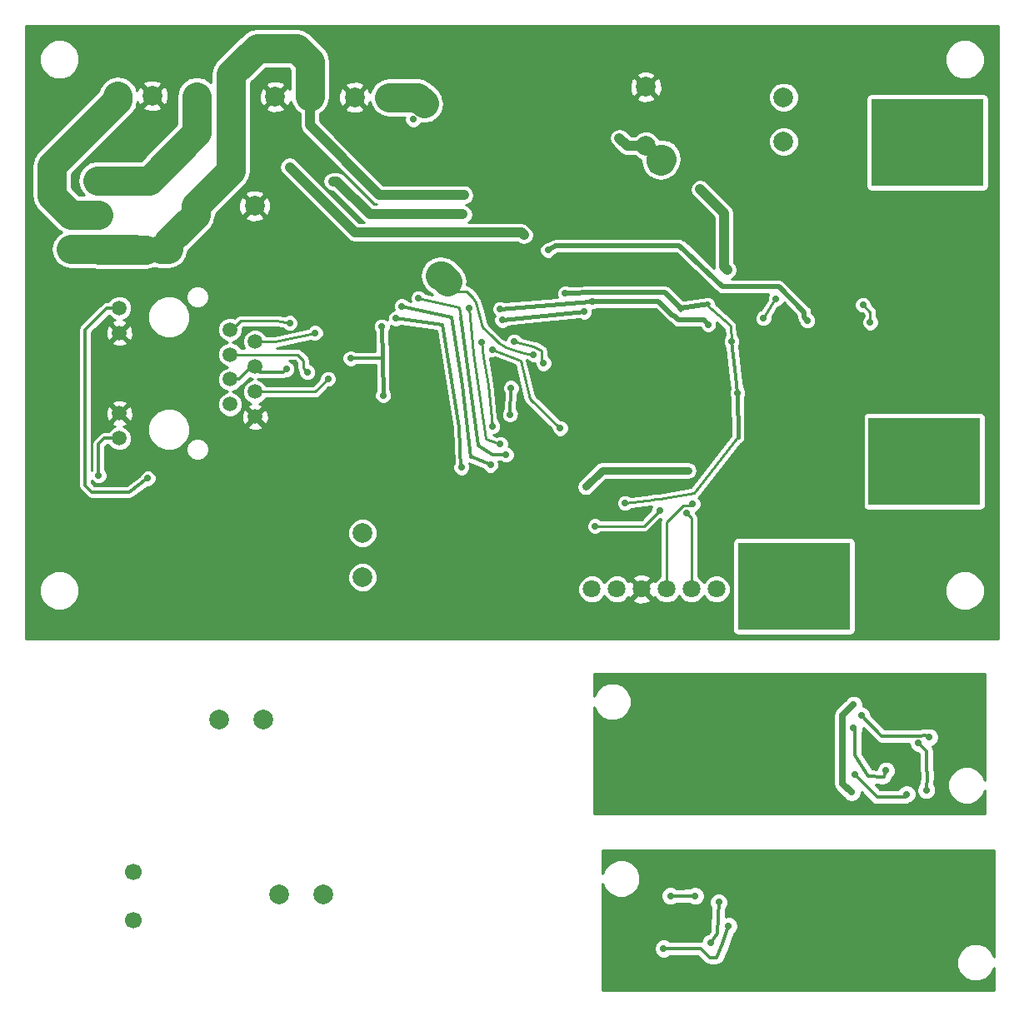
<source format=gbl>
G04 #@! TF.FileFunction,Copper,L2,Bot,Signal*
%FSLAX46Y46*%
G04 Gerber Fmt 4.6, Leading zero omitted, Abs format (unit mm)*
G04 Created by KiCad (PCBNEW 4.0.2+e4-6225~38~ubuntu14.04.1-stable) date Sun 24 Jul 2016 05:02:12 PM PDT*
%MOMM*%
G01*
G04 APERTURE LIST*
%ADD10C,0.150000*%
%ADD11C,1.800000*%
%ADD12C,2.500000*%
%ADD13C,1.998980*%
%ADD14C,0.600000*%
%ADD15R,2.499360X2.499360*%
%ADD16C,0.780000*%
%ADD17R,8.330000X6.990000*%
%ADD18R,10.800000X1.910000*%
%ADD19C,2.000000*%
%ADD20R,11.430000X8.890000*%
%ADD21C,1.500000*%
%ADD22C,1.700000*%
%ADD23C,0.700000*%
%ADD24C,0.400000*%
%ADD25C,0.300000*%
%ADD26C,0.500000*%
%ADD27C,0.250000*%
%ADD28C,1.000000*%
%ADD29C,3.000000*%
%ADD30C,0.700000*%
%ADD31C,0.350000*%
%ADD32C,0.800000*%
%ADD33C,0.254000*%
G04 APERTURE END LIST*
D10*
D11*
X154239680Y-112850000D03*
X156779680Y-112850000D03*
X144100000Y-112850000D03*
X146640000Y-112850000D03*
X151709840Y-112850000D03*
X149169840Y-112850000D03*
D12*
X93900000Y-71300000D03*
X94000000Y-78300000D03*
X94000000Y-74800000D03*
D13*
X120800000Y-107149240D03*
X120800000Y-111650120D03*
X163600000Y-67350760D03*
X163600000Y-62849880D03*
D14*
X127010000Y-89430000D03*
X126248000Y-88668000D03*
X126248000Y-90192000D03*
X127772000Y-88668000D03*
X127772000Y-90192000D03*
D15*
X127010000Y-89430000D03*
D16*
X140200000Y-58150000D03*
X131200000Y-58150000D03*
X138700000Y-62650000D03*
X138700000Y-61150000D03*
X138700000Y-59650000D03*
X138700000Y-58150000D03*
X135700000Y-62650000D03*
X135700000Y-61150000D03*
X135700000Y-59650000D03*
X135700000Y-58150000D03*
X137200000Y-58150000D03*
X137200000Y-59650000D03*
X137200000Y-61150000D03*
X137200000Y-62650000D03*
X134200000Y-62650000D03*
X134200000Y-61150000D03*
X134200000Y-59650000D03*
X134200000Y-58150000D03*
X132700000Y-58150000D03*
X132700000Y-59650000D03*
X132700000Y-61150000D03*
X132700000Y-62650000D03*
D17*
X135700000Y-60475000D03*
D18*
X135700000Y-57940000D03*
D19*
X103850000Y-73900000D03*
X109850000Y-73900000D03*
X149600000Y-67800000D03*
X149600000Y-61800000D03*
X95949940Y-62700000D03*
X99450060Y-62700000D03*
X103949940Y-62750000D03*
X107450060Y-62750000D03*
X111949940Y-62800000D03*
X115450060Y-62800000D03*
X119999940Y-62850000D03*
X123500060Y-62850000D03*
D20*
X178200000Y-67450000D03*
D14*
X178200000Y-67450000D03*
X176700000Y-67450000D03*
X175200000Y-67450000D03*
X173700000Y-67450000D03*
X179700000Y-67450000D03*
X181200000Y-67450000D03*
X182700000Y-67450000D03*
X177450000Y-68450000D03*
X175950000Y-68450000D03*
X174450000Y-68450000D03*
X172950000Y-68450000D03*
X178950000Y-68450000D03*
X180450000Y-68450000D03*
X181950000Y-68450000D03*
X183450000Y-68450000D03*
X177450000Y-66450000D03*
X175950000Y-66450000D03*
X174450000Y-66450000D03*
X172950000Y-66450000D03*
X178950000Y-66450000D03*
X180450000Y-66450000D03*
X181950000Y-66450000D03*
X183450000Y-66450000D03*
X178200000Y-69450000D03*
X176700000Y-69450000D03*
X175200000Y-69450000D03*
X173700000Y-69450000D03*
X179700000Y-69450000D03*
X181200000Y-69450000D03*
X182700000Y-69450000D03*
X178200000Y-65450000D03*
X176700000Y-65450000D03*
X175200000Y-65450000D03*
X173700000Y-65450000D03*
X179700000Y-65450000D03*
X181200000Y-65450000D03*
X182700000Y-65450000D03*
X177450000Y-70450000D03*
X175950000Y-70450000D03*
X174450000Y-70450000D03*
X172950000Y-70450000D03*
X178950000Y-70450000D03*
X180450000Y-70450000D03*
X181950000Y-70450000D03*
X183450000Y-70450000D03*
X177450000Y-64450000D03*
X175950000Y-64450000D03*
X174450000Y-64450000D03*
X172950000Y-64450000D03*
X178950000Y-64450000D03*
X180450000Y-64450000D03*
X181950000Y-64450000D03*
X183450000Y-64450000D03*
X178200000Y-71450000D03*
X176700000Y-71450000D03*
X175200000Y-71450000D03*
X173700000Y-71450000D03*
X179700000Y-71450000D03*
X181200000Y-71450000D03*
X182700000Y-71450000D03*
X178200000Y-63450000D03*
X176700000Y-63450000D03*
X175200000Y-63450000D03*
X173700000Y-63450000D03*
X179700000Y-63450000D03*
X181200000Y-63450000D03*
X182700000Y-63450000D03*
D20*
X164650000Y-112550000D03*
D14*
X164650000Y-112550000D03*
X166150000Y-112550000D03*
X167650000Y-112550000D03*
X169150000Y-112550000D03*
X163150000Y-112550000D03*
X161650000Y-112550000D03*
X160150000Y-112550000D03*
X165400000Y-111550000D03*
X166900000Y-111550000D03*
X168400000Y-111550000D03*
X169900000Y-111550000D03*
X163900000Y-111550000D03*
X162400000Y-111550000D03*
X160900000Y-111550000D03*
X159400000Y-111550000D03*
X165400000Y-113550000D03*
X166900000Y-113550000D03*
X168400000Y-113550000D03*
X169900000Y-113550000D03*
X163900000Y-113550000D03*
X162400000Y-113550000D03*
X160900000Y-113550000D03*
X159400000Y-113550000D03*
X164650000Y-110550000D03*
X166150000Y-110550000D03*
X167650000Y-110550000D03*
X169150000Y-110550000D03*
X163150000Y-110550000D03*
X161650000Y-110550000D03*
X160150000Y-110550000D03*
X164650000Y-114550000D03*
X166150000Y-114550000D03*
X167650000Y-114550000D03*
X169150000Y-114550000D03*
X163150000Y-114550000D03*
X161650000Y-114550000D03*
X160150000Y-114550000D03*
X165400000Y-109550000D03*
X166900000Y-109550000D03*
X168400000Y-109550000D03*
X169900000Y-109550000D03*
X163900000Y-109550000D03*
X162400000Y-109550000D03*
X160900000Y-109550000D03*
X159400000Y-109550000D03*
X165400000Y-115550000D03*
X166900000Y-115550000D03*
X168400000Y-115550000D03*
X169900000Y-115550000D03*
X163900000Y-115550000D03*
X162400000Y-115550000D03*
X160900000Y-115550000D03*
X159400000Y-115550000D03*
X164650000Y-108550000D03*
X166150000Y-108550000D03*
X167650000Y-108550000D03*
X169150000Y-108550000D03*
X163150000Y-108550000D03*
X161650000Y-108550000D03*
X160150000Y-108550000D03*
X164650000Y-116550000D03*
X166150000Y-116550000D03*
X167650000Y-116550000D03*
X169150000Y-116550000D03*
X163150000Y-116550000D03*
X161650000Y-116550000D03*
X160150000Y-116550000D03*
D20*
X177900000Y-99850000D03*
D14*
X177900000Y-99850000D03*
X179400000Y-99850000D03*
X180900000Y-99850000D03*
X182400000Y-99850000D03*
X176400000Y-99850000D03*
X174900000Y-99850000D03*
X173400000Y-99850000D03*
X178650000Y-98850000D03*
X180150000Y-98850000D03*
X181650000Y-98850000D03*
X183150000Y-98850000D03*
X177150000Y-98850000D03*
X175650000Y-98850000D03*
X174150000Y-98850000D03*
X172650000Y-98850000D03*
X178650000Y-100850000D03*
X180150000Y-100850000D03*
X181650000Y-100850000D03*
X183150000Y-100850000D03*
X177150000Y-100850000D03*
X175650000Y-100850000D03*
X174150000Y-100850000D03*
X172650000Y-100850000D03*
X177900000Y-97850000D03*
X179400000Y-97850000D03*
X180900000Y-97850000D03*
X182400000Y-97850000D03*
X176400000Y-97850000D03*
X174900000Y-97850000D03*
X173400000Y-97850000D03*
X177900000Y-101850000D03*
X179400000Y-101850000D03*
X180900000Y-101850000D03*
X182400000Y-101850000D03*
X176400000Y-101850000D03*
X174900000Y-101850000D03*
X173400000Y-101850000D03*
X178650000Y-96850000D03*
X180150000Y-96850000D03*
X181650000Y-96850000D03*
X183150000Y-96850000D03*
X177150000Y-96850000D03*
X175650000Y-96850000D03*
X174150000Y-96850000D03*
X172650000Y-96850000D03*
X178650000Y-102850000D03*
X180150000Y-102850000D03*
X181650000Y-102850000D03*
X183150000Y-102850000D03*
X177150000Y-102850000D03*
X175650000Y-102850000D03*
X174150000Y-102850000D03*
X172650000Y-102850000D03*
X177900000Y-95850000D03*
X179400000Y-95850000D03*
X180900000Y-95850000D03*
X182400000Y-95850000D03*
X176400000Y-95850000D03*
X174900000Y-95850000D03*
X173400000Y-95850000D03*
X177900000Y-103850000D03*
X179400000Y-103850000D03*
X180900000Y-103850000D03*
X182400000Y-103850000D03*
X176400000Y-103850000D03*
X174900000Y-103850000D03*
X173400000Y-103850000D03*
D21*
X96100000Y-84275000D03*
X96100000Y-86815000D03*
X96100000Y-94985000D03*
X96100000Y-97525000D03*
X107350000Y-86460000D03*
X107350000Y-91530000D03*
X107350000Y-89000000D03*
X107350000Y-94070000D03*
X109890000Y-87720000D03*
X109890000Y-92800000D03*
X109890000Y-90260000D03*
X109890000Y-95340000D03*
D13*
X112300200Y-143889800D03*
X116801080Y-143889800D03*
D22*
X97500000Y-146500000D03*
X97500000Y-141600000D03*
D13*
X106200200Y-126115280D03*
X110701080Y-126115280D03*
D23*
X119600000Y-89400000D03*
X113100000Y-90500000D03*
X122770000Y-86170000D03*
X122900000Y-93150000D03*
X144200000Y-83600000D03*
X134800000Y-84400000D03*
X155950000Y-85950000D03*
X143325000Y-84650000D03*
X135000000Y-85500000D03*
X134800000Y-98100000D03*
X131600000Y-84300000D03*
X133975000Y-88500000D03*
X140900000Y-96500000D03*
X94400000Y-114400000D03*
X108100000Y-114600000D03*
X175360000Y-85990000D03*
X175200000Y-86950000D03*
X175360000Y-88420000D03*
X176300000Y-86500000D03*
X155900000Y-110000000D03*
X160650000Y-102900000D03*
X162110000Y-101120000D03*
X161300000Y-102050000D03*
X159850000Y-103650000D03*
X157200000Y-102600000D03*
X167950000Y-93100000D03*
X152800000Y-76950000D03*
X180150000Y-82800000D03*
X180740000Y-82210000D03*
X179000000Y-82800000D03*
X133800000Y-80000000D03*
X139100000Y-73500000D03*
X135700000Y-73500000D03*
X87450000Y-63650000D03*
X160300000Y-96200000D03*
X156400000Y-93050000D03*
X110900000Y-100500000D03*
X126300000Y-95800000D03*
X134600000Y-92300000D03*
X137350000Y-82000000D03*
X154350000Y-82100000D03*
X159550000Y-87400000D03*
X148950000Y-99050000D03*
X129500000Y-101200000D03*
X124000000Y-82800000D03*
X118300000Y-93300000D03*
X153425633Y-143104117D03*
X160340000Y-151520000D03*
X152370000Y-151140000D03*
X154190000Y-151570000D03*
X177000000Y-129800000D03*
X172300000Y-130200000D03*
X176450000Y-126300000D03*
X179548160Y-130651840D03*
X173950000Y-126050000D03*
X179200000Y-123700000D03*
X169500000Y-123000000D03*
X99000000Y-101600000D03*
X153750000Y-105100000D03*
X154350000Y-104200000D03*
X117300000Y-91500000D03*
X115200000Y-90800000D03*
X172400000Y-85750000D03*
X171650000Y-83950000D03*
X116000000Y-86800000D03*
X113400000Y-85800000D03*
X127850000Y-80350000D03*
X128650000Y-81000000D03*
X129450000Y-81600000D03*
X155100000Y-72200000D03*
X157850000Y-80400000D03*
X151100000Y-69300000D03*
X151950000Y-69600000D03*
X150400000Y-70050000D03*
X146900000Y-67000000D03*
X125150000Y-62850000D03*
X125950000Y-65100000D03*
X127050000Y-63500000D03*
X141400000Y-82800000D03*
X153150000Y-84300000D03*
X158300000Y-87650000D03*
X129400000Y-82700000D03*
X138200000Y-89000000D03*
X147500000Y-104100000D03*
X158900000Y-92950000D03*
X153900000Y-100800000D03*
X143500000Y-102450000D03*
X131150000Y-72800000D03*
X97650000Y-78250000D03*
X98950000Y-78250000D03*
X100450000Y-78200000D03*
X94000000Y-101300000D03*
X136200000Y-87700000D03*
X139200000Y-89900000D03*
X117800000Y-71400000D03*
X131000000Y-74750000D03*
X135400000Y-99200000D03*
X126500000Y-83300000D03*
X133800000Y-100250000D03*
X124800000Y-84100000D03*
X130850000Y-100500000D03*
X124200000Y-85350000D03*
X135800000Y-95100000D03*
X135900000Y-92400000D03*
X134000000Y-96300000D03*
X132900000Y-87800000D03*
X139650000Y-78400000D03*
X166000000Y-85550000D03*
X98850000Y-71150000D03*
X113400000Y-69950000D03*
X137200000Y-76850000D03*
X144450000Y-106450000D03*
X151000000Y-104850000D03*
X162800000Y-83350000D03*
X161550000Y-85300000D03*
X178100000Y-133300000D03*
X177300000Y-128500000D03*
X157000000Y-144700000D03*
X156200000Y-148800000D03*
X170800000Y-131700000D03*
X176100000Y-133700000D03*
X158000000Y-147100000D03*
X151400000Y-149400000D03*
X174000000Y-131300000D03*
X170700000Y-127000000D03*
X152100000Y-144050000D03*
X154600000Y-144050000D03*
X170700000Y-124600000D03*
X170500000Y-133500000D03*
X178400000Y-127900000D03*
X171500000Y-125700000D03*
D24*
X122830182Y-89401310D02*
X122900000Y-93150000D01*
D25*
X122830182Y-89401300D02*
X122830182Y-89401310D01*
X119601300Y-89401300D02*
X122830182Y-89401300D01*
X119600000Y-89400000D02*
X119601300Y-89401300D01*
X109890000Y-90260000D02*
X109540000Y-90260000D01*
X108270000Y-91530000D02*
X107350000Y-91530000D01*
X109540000Y-90260000D02*
X108270000Y-91530000D01*
X110430000Y-90800000D02*
X109890000Y-90260000D01*
X112800000Y-90800000D02*
X110430000Y-90800000D01*
X113100000Y-90500000D02*
X112800000Y-90800000D01*
D24*
X122770000Y-86170000D02*
X122830182Y-89401310D01*
D26*
X152900000Y-85500000D02*
X155500000Y-85500000D01*
X155500000Y-85500000D02*
X155950000Y-85950000D01*
X152430010Y-85030010D02*
X152900000Y-85500000D01*
X150900000Y-83600000D02*
X152330010Y-85030010D01*
X152330010Y-85030010D02*
X152430010Y-85030010D01*
X143900000Y-83600000D02*
X144200000Y-83600000D01*
X144200000Y-83600000D02*
X150900000Y-83600000D01*
D24*
X143900000Y-83600000D02*
X134800000Y-84400000D01*
X135000000Y-85500000D02*
X136700000Y-85300000D01*
X136700000Y-85300000D02*
X143325000Y-84650000D01*
D27*
X134800000Y-98100000D02*
X133300000Y-97600000D01*
X133300000Y-97600000D02*
X132100000Y-88900000D01*
X132100000Y-88900000D02*
X131600000Y-84300000D01*
X140900000Y-96500000D02*
X137800000Y-93500000D01*
X137800000Y-93500000D02*
X136850000Y-89600000D01*
X136850000Y-89600000D02*
X133975000Y-88500000D01*
D28*
X94300000Y-114400000D02*
X94100000Y-114400000D01*
X94400000Y-114500000D02*
X94300000Y-114400000D01*
X94400000Y-114400000D02*
X94400000Y-114500000D01*
D29*
X175200000Y-86150000D02*
X175200000Y-86950000D01*
X175360000Y-85990000D02*
X175200000Y-86150000D01*
X175360000Y-88420000D02*
X176300000Y-87480000D01*
X176300000Y-87480000D02*
X176300000Y-86500000D01*
X161610000Y-101470000D02*
X161300000Y-101730000D01*
X161300000Y-101730000D02*
X161500000Y-101850000D01*
D25*
X180200000Y-82850000D02*
X180200000Y-83750000D01*
X180150000Y-82800000D02*
X180200000Y-82850000D01*
D29*
X180740000Y-82210000D02*
X180750000Y-82200000D01*
D28*
X139150000Y-73550000D02*
X139050000Y-73450000D01*
X139100000Y-73500000D02*
X139150000Y-73550000D01*
D27*
X156400000Y-93050000D02*
X156450000Y-93000000D01*
X134800000Y-95600000D02*
X140600000Y-101000000D01*
X134800000Y-92900000D02*
X134800000Y-95600000D01*
X134600000Y-92300000D02*
X134800000Y-92900000D01*
X137350000Y-82000000D02*
X137350000Y-82050000D01*
X148950000Y-99050000D02*
X148950000Y-99025000D01*
D26*
X124000000Y-82800000D02*
X124000000Y-82700000D01*
D30*
X118300000Y-93300000D02*
X118300000Y-93330000D01*
D25*
X154190000Y-151570000D02*
X154090000Y-151670000D01*
X172300000Y-130200000D02*
X172300000Y-130100000D01*
D30*
X179500000Y-130600000D02*
X179500000Y-130603680D01*
X179500000Y-130603680D02*
X179548160Y-130651840D01*
D29*
X95949940Y-62700000D02*
X95949940Y-63100060D01*
X95949940Y-63100060D02*
X89250000Y-69800000D01*
X89250000Y-69800000D02*
X89250000Y-72850000D01*
X89250000Y-72850000D02*
X91200000Y-74800000D01*
X91200000Y-74800000D02*
X94000000Y-74800000D01*
D25*
X94825000Y-84275000D02*
X96100000Y-84275000D01*
X92600000Y-86500000D02*
X94825000Y-84275000D01*
X92600000Y-102300000D02*
X92600000Y-86500000D01*
X93300000Y-103000000D02*
X92600000Y-102300000D01*
X97100000Y-103000000D02*
X93300000Y-103000000D01*
X99000000Y-101600000D02*
X97100000Y-103000000D01*
D27*
X154239680Y-105589680D02*
X154239680Y-112850000D01*
X153750000Y-105100000D02*
X154239680Y-105589680D01*
D25*
X154350670Y-112749170D02*
X154239680Y-112860160D01*
D27*
X151709840Y-106040160D02*
X151709840Y-112850000D01*
X153400000Y-104350000D02*
X151709840Y-106040160D01*
X154200000Y-104350000D02*
X153400000Y-104350000D01*
X154350000Y-104200000D02*
X154200000Y-104350000D01*
X151709840Y-112490160D02*
X151709840Y-112865240D01*
X116000000Y-92800000D02*
X109890000Y-92800000D01*
X117300000Y-91500000D02*
X116000000Y-92800000D01*
X114200000Y-89000000D02*
X107350000Y-89000000D01*
X114800000Y-89600000D02*
X114200000Y-89000000D01*
X114800000Y-90400000D02*
X114800000Y-89600000D01*
X115200000Y-90800000D02*
X114800000Y-90400000D01*
X172400000Y-84700000D02*
X172400000Y-85750000D01*
X171650000Y-83950000D02*
X172400000Y-84700000D01*
X116000000Y-86800000D02*
X111920000Y-87720000D01*
X109890000Y-87720000D02*
X111920000Y-87720000D01*
X107350000Y-86460000D02*
X107540000Y-86460000D01*
X112100000Y-85600000D02*
X113400000Y-85800000D01*
X108400000Y-85600000D02*
X112100000Y-85600000D01*
X107540000Y-86460000D02*
X108400000Y-85600000D01*
D29*
X128850000Y-81000000D02*
X128650000Y-81000000D01*
X129450000Y-81600000D02*
X128850000Y-81000000D01*
D28*
X157550000Y-74650000D02*
X155100000Y-72200000D01*
X157550000Y-80100000D02*
X157550000Y-74650000D01*
X157850000Y-80400000D02*
X157550000Y-80100000D01*
D29*
X151100000Y-69100000D02*
X151200000Y-69100000D01*
X151100000Y-69300000D02*
X151100000Y-69100000D01*
D28*
X151950000Y-69600000D02*
X151200000Y-69100000D01*
X151200000Y-69100000D02*
X150650000Y-69100000D01*
X150650000Y-69100000D02*
X149600000Y-67800000D01*
X150800000Y-69650000D02*
X150650000Y-69100000D01*
X150400000Y-70050000D02*
X150800000Y-69650000D01*
X149600000Y-67800000D02*
X147700000Y-67800000D01*
X147700000Y-67800000D02*
X146900000Y-67000000D01*
D25*
X126400000Y-62850000D02*
X125150000Y-62850000D01*
X125950000Y-65100000D02*
X126050000Y-65100000D01*
D29*
X123500060Y-62850000D02*
X126400000Y-62850000D01*
X126400000Y-62850000D02*
X127050000Y-63500000D01*
D26*
X144500000Y-82700000D02*
X151550000Y-82700000D01*
X151550000Y-82700000D02*
X153150000Y-84300000D01*
X141400332Y-82800332D02*
X141400332Y-82809400D01*
X141400000Y-82800000D02*
X141400332Y-82800332D01*
X153150000Y-84300000D02*
X153150000Y-84450000D01*
X144500000Y-82700000D02*
X141400332Y-82809400D01*
D31*
X158300000Y-87650000D02*
X158700000Y-91200000D01*
X158700000Y-91200000D02*
X158900000Y-92950000D01*
D26*
X155950000Y-83900000D02*
X153150000Y-84300000D01*
D27*
X155725000Y-83875000D02*
X155950000Y-83900000D01*
X158200000Y-86100000D02*
X155725000Y-83875000D01*
X158300000Y-87650000D02*
X158200000Y-86100000D01*
X158950000Y-97350000D02*
X154500000Y-103100000D01*
X154480000Y-103120000D02*
X151000000Y-103710000D01*
X151000000Y-103710000D02*
X150450000Y-103700000D01*
X154500000Y-103100000D02*
X154480000Y-103120000D01*
X132000000Y-83200000D02*
X131950000Y-83200000D01*
X131900000Y-83100000D02*
X132000000Y-83200000D01*
X129400000Y-82700000D02*
X129500000Y-82600000D01*
X129500000Y-82600000D02*
X131400000Y-82600000D01*
X131400000Y-82600000D02*
X131900000Y-83100000D01*
X131950000Y-83200000D02*
X132300000Y-83700000D01*
X134650000Y-87850000D02*
X135108911Y-88110891D01*
X135108911Y-88110891D02*
X135400000Y-88300000D01*
X135400000Y-88300000D02*
X136350000Y-88650000D01*
X136350000Y-88650000D02*
X137200000Y-88850000D01*
X137200000Y-88850000D02*
X138200000Y-89000000D01*
X134650000Y-87850000D02*
X133900000Y-87100000D01*
X133000000Y-86200000D02*
X133900000Y-87100000D01*
X132300000Y-83700000D02*
X133000000Y-86200000D01*
X147500000Y-104100000D02*
X150440000Y-103790000D01*
X150440000Y-103790000D02*
X150450000Y-103700000D01*
D24*
X158900000Y-92950000D02*
X158950000Y-97350000D01*
X158950000Y-97350000D02*
X158950000Y-97400000D01*
D32*
X145150000Y-100800000D02*
X153900000Y-100800000D01*
X143500000Y-102450000D02*
X145150000Y-100800000D01*
D28*
X131150000Y-72800000D02*
X131100000Y-72750000D01*
X131100000Y-72750000D02*
X122500000Y-72750000D01*
X122500000Y-72750000D02*
X115450060Y-65700060D01*
X115450060Y-65700060D02*
X115450060Y-62800000D01*
D29*
X94000000Y-78300000D02*
X97600000Y-78300000D01*
X97600000Y-78300000D02*
X97650000Y-78250000D01*
X115450060Y-62800000D02*
X115450060Y-59200060D01*
X107450060Y-60499940D02*
X107450060Y-62750000D01*
X110100000Y-57850000D02*
X107450060Y-60499940D01*
X114100000Y-57850000D02*
X110100000Y-57850000D01*
X115450060Y-59200060D02*
X114100000Y-57850000D01*
X107450060Y-62750000D02*
X107450060Y-70299940D01*
X107450060Y-70299940D02*
X103850000Y-73900000D01*
X103850000Y-73900000D02*
X103850000Y-74800000D01*
X103850000Y-74800000D02*
X101100000Y-77550000D01*
X101100000Y-77550000D02*
X101100000Y-78250000D01*
X98800000Y-78350000D02*
X96300000Y-78350000D01*
X100350000Y-78250000D02*
X101100000Y-78250000D01*
X100300000Y-78300000D02*
X100350000Y-78250000D01*
X96300000Y-78350000D02*
X91200000Y-78300000D01*
D25*
X94575000Y-97525000D02*
X96100000Y-97525000D01*
X94000000Y-98100000D02*
X94575000Y-97525000D01*
X94000000Y-101300000D02*
X94000000Y-98100000D01*
D27*
X138200000Y-88200000D02*
X136200000Y-87700000D01*
X139200000Y-89900000D02*
X139000000Y-89700000D01*
X139000000Y-89700000D02*
X139000000Y-88600000D01*
X139000000Y-88600000D02*
X138200000Y-88200000D01*
X136200000Y-87700000D02*
X136200000Y-87700000D01*
D28*
X118200000Y-71400000D02*
X117800000Y-71400000D01*
X121550000Y-74750000D02*
X118200000Y-71400000D01*
X131000000Y-74750000D02*
X121550000Y-74750000D01*
D25*
X135400000Y-99200000D02*
X134000000Y-99200000D01*
X134000000Y-99200000D02*
X132600000Y-98300000D01*
X132600000Y-98300000D02*
X130770000Y-85220000D01*
D27*
X130605997Y-84233053D02*
X126500000Y-83300000D01*
X130770000Y-85220000D02*
X130605997Y-84233053D01*
D25*
X133800000Y-100250000D02*
X131800000Y-99400000D01*
X131850000Y-99450000D02*
X130970000Y-92160000D01*
X129900000Y-85250000D02*
X124800000Y-84100000D01*
X130970000Y-92160000D02*
X129900000Y-85250000D01*
X130850000Y-100500000D02*
X130802033Y-100599872D01*
X130802033Y-100599872D02*
X130610000Y-96430000D01*
X130610000Y-96430000D02*
X128900000Y-85950000D01*
X128900000Y-85950000D02*
X124200000Y-85350000D01*
X135800000Y-95100000D02*
X135900000Y-92400000D01*
D24*
X132900000Y-87800000D02*
X132910000Y-87686441D01*
D27*
X132910000Y-87686441D02*
X133100000Y-89300000D01*
X133100000Y-89300000D02*
X133550000Y-92100000D01*
X133550000Y-92100000D02*
X134000000Y-96300000D01*
D26*
X140450000Y-77950000D02*
X139650000Y-78400000D01*
X153000000Y-77950000D02*
X140450000Y-77950000D01*
X157400000Y-82100000D02*
X153000000Y-77950000D01*
X163100000Y-82100000D02*
X157400000Y-82100000D01*
X165700000Y-84700000D02*
X163100000Y-82100000D01*
X165700000Y-85250000D02*
X165700000Y-84700000D01*
X166000000Y-85550000D02*
X165700000Y-85250000D01*
D28*
X98850000Y-71150000D02*
X98850000Y-71300000D01*
X120050000Y-76600000D02*
X113400000Y-69950000D01*
X136950000Y-76600000D02*
X120050000Y-76600000D01*
X137200000Y-76850000D02*
X136950000Y-76600000D01*
X98850000Y-71300000D02*
X99100000Y-71300000D01*
D29*
X103949940Y-62750000D02*
X103949940Y-66450060D01*
X99100000Y-71300000D02*
X93900000Y-71300000D01*
X103949940Y-66450060D02*
X99100000Y-71300000D01*
D27*
X149400000Y-106450000D02*
X144450000Y-106450000D01*
X151000000Y-104850000D02*
X149400000Y-106450000D01*
X162750000Y-83350000D02*
X162800000Y-83350000D01*
X161550000Y-85300000D02*
X162750000Y-83350000D01*
D25*
X178200000Y-131800000D02*
X178100000Y-133300000D01*
X178100000Y-131000000D02*
X178200000Y-131800000D01*
X178100000Y-129300000D02*
X178100000Y-131000000D01*
X177300000Y-128500000D02*
X178100000Y-129300000D01*
X156850000Y-147900000D02*
X157000000Y-144700000D01*
X156200000Y-148800000D02*
X156850000Y-147900000D01*
X173100000Y-134000000D02*
X170800000Y-131700000D01*
X176000000Y-134000000D02*
X173100000Y-134000000D01*
X176100000Y-133700000D02*
X176000000Y-134000000D01*
X157400000Y-148900000D02*
X158000000Y-147100000D01*
X156800000Y-150300000D02*
X157400000Y-148900000D01*
X156100000Y-150300000D02*
X156800000Y-150300000D01*
X151400000Y-149400000D02*
X155191578Y-149389836D01*
X155191578Y-149389836D02*
X156100000Y-150300000D01*
X173800000Y-132000000D02*
X174000000Y-131300000D01*
X170800000Y-129800000D02*
X172200000Y-131900000D01*
X172200000Y-131900000D02*
X173800000Y-132000000D01*
X170800000Y-127100000D02*
X170800000Y-129800000D01*
X170800000Y-129800000D02*
X170800000Y-129800000D01*
X170700000Y-127000000D02*
X170800000Y-127100000D01*
X154580000Y-144030000D02*
X152100000Y-144050000D01*
X154600000Y-144050000D02*
X154580000Y-144030000D01*
D30*
X169600000Y-125700000D02*
X170700000Y-124600000D01*
X169600000Y-132600000D02*
X169600000Y-125700000D01*
X170500000Y-133500000D02*
X169600000Y-132600000D01*
D25*
X178000000Y-127700000D02*
X178400000Y-127900000D01*
X177375000Y-127800000D02*
X178000000Y-127700000D01*
X173575000Y-127800000D02*
X177375000Y-127800000D01*
X171500000Y-125700000D02*
X173575000Y-127800000D01*
D33*
G36*
X185423000Y-117873000D02*
X86577000Y-117873000D01*
X86577000Y-113401426D01*
X87972649Y-113401426D01*
X88280591Y-114146703D01*
X88850298Y-114717405D01*
X89595036Y-115026647D01*
X90401426Y-115027351D01*
X91146703Y-114719409D01*
X91717405Y-114149702D01*
X92026647Y-113404964D01*
X92027351Y-112598574D01*
X91760369Y-111952426D01*
X119273245Y-111952426D01*
X119505150Y-112513678D01*
X119934184Y-112943461D01*
X120495030Y-113176345D01*
X121102306Y-113176875D01*
X121209452Y-113132603D01*
X142672752Y-113132603D01*
X142889543Y-113657275D01*
X143290614Y-114059047D01*
X143814907Y-114276752D01*
X144382603Y-114277248D01*
X144907275Y-114060457D01*
X145309047Y-113659386D01*
X145369881Y-113512882D01*
X145429543Y-113657275D01*
X145830614Y-114059047D01*
X146354907Y-114276752D01*
X146922603Y-114277248D01*
X147447275Y-114060457D01*
X147577800Y-113930159D01*
X148269286Y-113930159D01*
X148355692Y-114186643D01*
X148929176Y-114396458D01*
X149539300Y-114370839D01*
X149983988Y-114186643D01*
X150070394Y-113930159D01*
X149169840Y-113029605D01*
X148269286Y-113930159D01*
X147577800Y-113930159D01*
X147841481Y-113666939D01*
X148089681Y-113750554D01*
X148990235Y-112850000D01*
X148089681Y-111949446D01*
X147840979Y-112033230D01*
X147578050Y-111769841D01*
X148269286Y-111769841D01*
X149169840Y-112670395D01*
X150070394Y-111769841D01*
X149983988Y-111513357D01*
X149410504Y-111303542D01*
X148800380Y-111329161D01*
X148355692Y-111513357D01*
X148269286Y-111769841D01*
X147578050Y-111769841D01*
X147449386Y-111640953D01*
X146925093Y-111423248D01*
X146357397Y-111422752D01*
X145832725Y-111639543D01*
X145430953Y-112040614D01*
X145370119Y-112187118D01*
X145310457Y-112042725D01*
X144909386Y-111640953D01*
X144385093Y-111423248D01*
X143817397Y-111422752D01*
X143292725Y-111639543D01*
X142890953Y-112040614D01*
X142673248Y-112564907D01*
X142672752Y-113132603D01*
X121209452Y-113132603D01*
X121663558Y-112944970D01*
X122093341Y-112515936D01*
X122326225Y-111955090D01*
X122326755Y-111347814D01*
X122094850Y-110786562D01*
X121665816Y-110356779D01*
X121104970Y-110123895D01*
X120497694Y-110123365D01*
X119936442Y-110355270D01*
X119506659Y-110784304D01*
X119273775Y-111345150D01*
X119273245Y-111952426D01*
X91760369Y-111952426D01*
X91719409Y-111853297D01*
X91149702Y-111282595D01*
X90404964Y-110973353D01*
X89598574Y-110972649D01*
X88853297Y-111280591D01*
X88282595Y-111850298D01*
X87973353Y-112595036D01*
X87972649Y-113401426D01*
X86577000Y-113401426D01*
X86577000Y-107451546D01*
X119273245Y-107451546D01*
X119505150Y-108012798D01*
X119934184Y-108442581D01*
X120495030Y-108675465D01*
X121102306Y-108675995D01*
X121663558Y-108444090D01*
X122093341Y-108015056D01*
X122326225Y-107454210D01*
X122326755Y-106846934D01*
X122094850Y-106285682D01*
X121665816Y-105855899D01*
X121104970Y-105623015D01*
X120497694Y-105622485D01*
X119936442Y-105854390D01*
X119506659Y-106283424D01*
X119273775Y-106844270D01*
X119273245Y-107451546D01*
X86577000Y-107451546D01*
X86577000Y-86500000D01*
X91923000Y-86500000D01*
X91923000Y-102300000D01*
X91974534Y-102559077D01*
X92121289Y-102778711D01*
X92821288Y-103478711D01*
X92851722Y-103499046D01*
X93040923Y-103625466D01*
X93300000Y-103677000D01*
X97100000Y-103677000D01*
X97180485Y-103660990D01*
X97262454Y-103657219D01*
X97308831Y-103635461D01*
X97359077Y-103625466D01*
X97427305Y-103579877D01*
X97501596Y-103545023D01*
X98951114Y-102476957D01*
X99173681Y-102477151D01*
X99239391Y-102450000D01*
X142573000Y-102450000D01*
X142643564Y-102804747D01*
X142844512Y-103105488D01*
X143145253Y-103306436D01*
X143500000Y-103377000D01*
X143854747Y-103306436D01*
X144155488Y-103105488D01*
X145533976Y-101727000D01*
X153900000Y-101727000D01*
X154254748Y-101656436D01*
X154555488Y-101455488D01*
X154756436Y-101154748D01*
X154827000Y-100800000D01*
X154756436Y-100445252D01*
X154555488Y-100144512D01*
X154254748Y-99943564D01*
X153900000Y-99873000D01*
X145150000Y-99873000D01*
X144795252Y-99943564D01*
X144598860Y-100074789D01*
X144494512Y-100144512D01*
X142844512Y-101794512D01*
X142643564Y-102095253D01*
X142573000Y-102450000D01*
X99239391Y-102450000D01*
X99496131Y-102343918D01*
X99743051Y-102097429D01*
X99876847Y-101775211D01*
X99877151Y-101426319D01*
X99743918Y-101103869D01*
X99497429Y-100856949D01*
X99175211Y-100723153D01*
X98826319Y-100722849D01*
X98503869Y-100856082D01*
X98256949Y-101102571D01*
X98134896Y-101396509D01*
X96877516Y-102323000D01*
X93580423Y-102323000D01*
X93277000Y-102019578D01*
X93277000Y-101817086D01*
X93502571Y-102043051D01*
X93824789Y-102176847D01*
X94173681Y-102177151D01*
X94496131Y-102043918D01*
X94743051Y-101797429D01*
X94876847Y-101475211D01*
X94877151Y-101126319D01*
X94743918Y-100803869D01*
X94677000Y-100736834D01*
X94677000Y-98878093D01*
X102872796Y-98878093D01*
X103051606Y-99310846D01*
X103382412Y-99642230D01*
X103814853Y-99821795D01*
X104283093Y-99822204D01*
X104715846Y-99643394D01*
X105047230Y-99312588D01*
X105226795Y-98880147D01*
X105227204Y-98411907D01*
X105048394Y-97979154D01*
X104717588Y-97647770D01*
X104285147Y-97468205D01*
X103816907Y-97467796D01*
X103384154Y-97646606D01*
X103052770Y-97977412D01*
X102873205Y-98409853D01*
X102872796Y-98878093D01*
X94677000Y-98878093D01*
X94677000Y-98380422D01*
X94855422Y-98202000D01*
X94998015Y-98202000D01*
X95016781Y-98247417D01*
X95375693Y-98606957D01*
X95844875Y-98801778D01*
X96352897Y-98802221D01*
X96822417Y-98608219D01*
X97181957Y-98249307D01*
X97376778Y-97780125D01*
X97377221Y-97272103D01*
X97281806Y-97041181D01*
X98979707Y-97041181D01*
X99306640Y-97832417D01*
X99911478Y-98438313D01*
X100702143Y-98766625D01*
X101558261Y-98767373D01*
X102349497Y-98440440D01*
X102955393Y-97835602D01*
X103283705Y-97044937D01*
X103284345Y-96311517D01*
X109098088Y-96311517D01*
X109166077Y-96552460D01*
X109685171Y-96737201D01*
X110235448Y-96709230D01*
X110613923Y-96552460D01*
X110681912Y-96311517D01*
X109890000Y-95519605D01*
X109098088Y-96311517D01*
X103284345Y-96311517D01*
X103284453Y-96188819D01*
X102957520Y-95397583D01*
X102352682Y-94791687D01*
X101562017Y-94463375D01*
X100705899Y-94462627D01*
X99914663Y-94789560D01*
X99308767Y-95394398D01*
X98980455Y-96185063D01*
X98979707Y-97041181D01*
X97281806Y-97041181D01*
X97183219Y-96802583D01*
X96824307Y-96443043D01*
X96528036Y-96320021D01*
X96823923Y-96197460D01*
X96891912Y-95956517D01*
X96100000Y-95164605D01*
X95308088Y-95956517D01*
X95376077Y-96197460D01*
X95694564Y-96310807D01*
X95377583Y-96441781D01*
X95018043Y-96800693D01*
X94998399Y-96848000D01*
X94575000Y-96848000D01*
X94315923Y-96899534D01*
X94130928Y-97023144D01*
X94096289Y-97046289D01*
X93521289Y-97621289D01*
X93374534Y-97840923D01*
X93323000Y-98100000D01*
X93323000Y-100736635D01*
X93277000Y-100782555D01*
X93277000Y-94780171D01*
X94702799Y-94780171D01*
X94730770Y-95330448D01*
X94887540Y-95708923D01*
X95128483Y-95776912D01*
X95920395Y-94985000D01*
X96279605Y-94985000D01*
X97071517Y-95776912D01*
X97312460Y-95708923D01*
X97497201Y-95189829D01*
X97469230Y-94639552D01*
X97312460Y-94261077D01*
X97071517Y-94193088D01*
X96279605Y-94985000D01*
X95920395Y-94985000D01*
X95128483Y-94193088D01*
X94887540Y-94261077D01*
X94702799Y-94780171D01*
X93277000Y-94780171D01*
X93277000Y-94013483D01*
X95308088Y-94013483D01*
X96100000Y-94805395D01*
X96891912Y-94013483D01*
X96823923Y-93772540D01*
X96304829Y-93587799D01*
X95754552Y-93615770D01*
X95376077Y-93772540D01*
X95308088Y-94013483D01*
X93277000Y-94013483D01*
X93277000Y-87786517D01*
X95308088Y-87786517D01*
X95376077Y-88027460D01*
X95895171Y-88212201D01*
X96445448Y-88184230D01*
X96823923Y-88027460D01*
X96891912Y-87786517D01*
X96100000Y-86994605D01*
X95308088Y-87786517D01*
X93277000Y-87786517D01*
X93277000Y-86780422D01*
X93447251Y-86610171D01*
X94702799Y-86610171D01*
X94730770Y-87160448D01*
X94887540Y-87538923D01*
X95128483Y-87606912D01*
X95920395Y-86815000D01*
X96279605Y-86815000D01*
X97071517Y-87606912D01*
X97312460Y-87538923D01*
X97497201Y-87019829D01*
X97469230Y-86469552D01*
X97312460Y-86091077D01*
X97071517Y-86023088D01*
X96279605Y-86815000D01*
X95920395Y-86815000D01*
X95128483Y-86023088D01*
X94887540Y-86091077D01*
X94702799Y-86610171D01*
X93447251Y-86610171D01*
X95038374Y-85019048D01*
X95375693Y-85356957D01*
X95671964Y-85479979D01*
X95376077Y-85602540D01*
X95308088Y-85843483D01*
X96100000Y-86635395D01*
X96891912Y-85843483D01*
X96826362Y-85611181D01*
X98979707Y-85611181D01*
X99306640Y-86402417D01*
X99911478Y-87008313D01*
X100702143Y-87336625D01*
X101558261Y-87337373D01*
X102349497Y-87010440D01*
X102647560Y-86712897D01*
X106072779Y-86712897D01*
X106266781Y-87182417D01*
X106625693Y-87541957D01*
X107079088Y-87730223D01*
X106627583Y-87916781D01*
X106268043Y-88275693D01*
X106073222Y-88744875D01*
X106072779Y-89252897D01*
X106266781Y-89722417D01*
X106625693Y-90081957D01*
X107067017Y-90265210D01*
X106627583Y-90446781D01*
X106268043Y-90805693D01*
X106073222Y-91274875D01*
X106072779Y-91782897D01*
X106266781Y-92252417D01*
X106625693Y-92611957D01*
X107079088Y-92800223D01*
X106627583Y-92986781D01*
X106268043Y-93345693D01*
X106073222Y-93814875D01*
X106072779Y-94322897D01*
X106266781Y-94792417D01*
X106625693Y-95151957D01*
X107094875Y-95346778D01*
X107602897Y-95347221D01*
X108072417Y-95153219D01*
X108090496Y-95135171D01*
X108492799Y-95135171D01*
X108520770Y-95685448D01*
X108677540Y-96063923D01*
X108918483Y-96131912D01*
X109710395Y-95340000D01*
X110069605Y-95340000D01*
X110861517Y-96131912D01*
X111102460Y-96063923D01*
X111287201Y-95544829D01*
X111259230Y-94994552D01*
X111102460Y-94616077D01*
X110861517Y-94548088D01*
X110069605Y-95340000D01*
X109710395Y-95340000D01*
X108918483Y-94548088D01*
X108677540Y-94616077D01*
X108492799Y-95135171D01*
X108090496Y-95135171D01*
X108431957Y-94794307D01*
X108626778Y-94325125D01*
X108627221Y-93817103D01*
X108433219Y-93347583D01*
X108074307Y-92988043D01*
X107620912Y-92799777D01*
X108072417Y-92613219D01*
X108431957Y-92254307D01*
X108467950Y-92167625D01*
X108529077Y-92155466D01*
X108748711Y-92008711D01*
X109342181Y-91415241D01*
X109619088Y-91530223D01*
X109167583Y-91716781D01*
X108808043Y-92075693D01*
X108613222Y-92544875D01*
X108612779Y-93052897D01*
X108806781Y-93522417D01*
X109165693Y-93881957D01*
X109461964Y-94004979D01*
X109166077Y-94127540D01*
X109098088Y-94368483D01*
X109890000Y-95160395D01*
X110681912Y-94368483D01*
X110613923Y-94127540D01*
X110295436Y-94014193D01*
X110612417Y-93883219D01*
X110971957Y-93524307D01*
X111001981Y-93452000D01*
X115999995Y-93452000D01*
X116000000Y-93452001D01*
X116208113Y-93410604D01*
X116249510Y-93402369D01*
X116461034Y-93261034D01*
X117345028Y-92377039D01*
X117473681Y-92377151D01*
X117796131Y-92243918D01*
X118043051Y-91997429D01*
X118176847Y-91675211D01*
X118177151Y-91326319D01*
X118043918Y-91003869D01*
X117797429Y-90756949D01*
X117475211Y-90623153D01*
X117126319Y-90622849D01*
X116803869Y-90756082D01*
X116556949Y-91002571D01*
X116423153Y-91324789D01*
X116423040Y-91454893D01*
X115729932Y-92148000D01*
X111002315Y-92148000D01*
X110973219Y-92077583D01*
X110614307Y-91718043D01*
X110160912Y-91529777D01*
X110334579Y-91458019D01*
X110430000Y-91477000D01*
X112800000Y-91477000D01*
X113059077Y-91425466D01*
X113131571Y-91377027D01*
X113273681Y-91377151D01*
X113596131Y-91243918D01*
X113843051Y-90997429D01*
X113976847Y-90675211D01*
X113977151Y-90326319D01*
X113843918Y-90003869D01*
X113597429Y-89756949D01*
X113344683Y-89652000D01*
X113929932Y-89652000D01*
X114148000Y-89870068D01*
X114148000Y-90399995D01*
X114147999Y-90400000D01*
X114178235Y-90552001D01*
X114197631Y-90649510D01*
X114322968Y-90837091D01*
X114322849Y-90973681D01*
X114456082Y-91296131D01*
X114702571Y-91543051D01*
X115024789Y-91676847D01*
X115373681Y-91677151D01*
X115696131Y-91543918D01*
X115943051Y-91297429D01*
X116076847Y-90975211D01*
X116077151Y-90626319D01*
X115943918Y-90303869D01*
X115697429Y-90056949D01*
X115452000Y-89955038D01*
X115452000Y-89600000D01*
X115446765Y-89573681D01*
X118722849Y-89573681D01*
X118856082Y-89896131D01*
X119102571Y-90143051D01*
X119424789Y-90276847D01*
X119773681Y-90277151D01*
X120096131Y-90143918D01*
X120161864Y-90078300D01*
X122115665Y-90078300D01*
X122163488Y-92646044D01*
X122156949Y-92652571D01*
X122023153Y-92974789D01*
X122022849Y-93323681D01*
X122156082Y-93646131D01*
X122402571Y-93893051D01*
X122724789Y-94026847D01*
X123073681Y-94027151D01*
X123396131Y-93893918D01*
X123643051Y-93647429D01*
X123776847Y-93325211D01*
X123777151Y-92976319D01*
X123643918Y-92653869D01*
X123617391Y-92627296D01*
X123557056Y-89387772D01*
X123506512Y-86673956D01*
X123513051Y-86667429D01*
X123646847Y-86345211D01*
X123647115Y-86037498D01*
X123702571Y-86093051D01*
X124024789Y-86226847D01*
X124373681Y-86227151D01*
X124692596Y-86095379D01*
X128313185Y-86557582D01*
X129935521Y-96500322D01*
X130097821Y-100024554D01*
X129973153Y-100324789D01*
X129972849Y-100673681D01*
X130106082Y-100996131D01*
X130352571Y-101243051D01*
X130674789Y-101376847D01*
X131023681Y-101377151D01*
X131346131Y-101243918D01*
X131593051Y-100997429D01*
X131726847Y-100675211D01*
X131727151Y-100326319D01*
X131625657Y-100080683D01*
X131667748Y-100102007D01*
X131732599Y-100106959D01*
X133017644Y-100653104D01*
X133056082Y-100746131D01*
X133302571Y-100993051D01*
X133624789Y-101126847D01*
X133973681Y-101127151D01*
X134296131Y-100993918D01*
X134543051Y-100747429D01*
X134676847Y-100425211D01*
X134677151Y-100076319D01*
X134594794Y-99877000D01*
X134836635Y-99877000D01*
X134902571Y-99943051D01*
X135224789Y-100076847D01*
X135573681Y-100077151D01*
X135896131Y-99943918D01*
X136143051Y-99697429D01*
X136276847Y-99375211D01*
X136277151Y-99026319D01*
X136143918Y-98703869D01*
X135897429Y-98456949D01*
X135644921Y-98352099D01*
X135676847Y-98275211D01*
X135677151Y-97926319D01*
X135543918Y-97603869D01*
X135297429Y-97356949D01*
X134975211Y-97223153D01*
X134626319Y-97222849D01*
X134449514Y-97295903D01*
X134093048Y-97177081D01*
X134173681Y-97177151D01*
X134496131Y-97043918D01*
X134743051Y-96797429D01*
X134876847Y-96475211D01*
X134877151Y-96126319D01*
X134743918Y-95803869D01*
X134585581Y-95645255D01*
X134545770Y-95273681D01*
X134922849Y-95273681D01*
X135056082Y-95596131D01*
X135302571Y-95843051D01*
X135624789Y-95976847D01*
X135973681Y-95977151D01*
X136296131Y-95843918D01*
X136543051Y-95597429D01*
X136676847Y-95275211D01*
X136677151Y-94926319D01*
X136543918Y-94603869D01*
X136497559Y-94557429D01*
X136555815Y-92984512D01*
X136643051Y-92897429D01*
X136776847Y-92575211D01*
X136777151Y-92226319D01*
X136643918Y-91903869D01*
X136397429Y-91656949D01*
X136075211Y-91523153D01*
X135726319Y-91522849D01*
X135403869Y-91656082D01*
X135156949Y-91902571D01*
X135023153Y-92224789D01*
X135022849Y-92573681D01*
X135156082Y-92896131D01*
X135202441Y-92942571D01*
X135144185Y-94515488D01*
X135056949Y-94602571D01*
X134923153Y-94924789D01*
X134922849Y-95273681D01*
X134545770Y-95273681D01*
X134198290Y-92030540D01*
X134193095Y-92013929D01*
X134193739Y-91996542D01*
X133770781Y-89364802D01*
X133799789Y-89376847D01*
X134148681Y-89377151D01*
X134290181Y-89318685D01*
X136297490Y-90086699D01*
X137166523Y-93654309D01*
X137190030Y-93704858D01*
X137201801Y-93759349D01*
X137243157Y-93819099D01*
X137273796Y-93884984D01*
X137314856Y-93922688D01*
X137346585Y-93968529D01*
X140022949Y-96558559D01*
X140022849Y-96673681D01*
X140156082Y-96996131D01*
X140402571Y-97243051D01*
X140724789Y-97376847D01*
X141073681Y-97377151D01*
X141396131Y-97243918D01*
X141643051Y-96997429D01*
X141776847Y-96675211D01*
X141777151Y-96326319D01*
X141643918Y-96003869D01*
X141397429Y-95756949D01*
X141075211Y-95623153D01*
X140931357Y-95623028D01*
X138388866Y-93162553D01*
X137510308Y-89555840D01*
X137516635Y-89556789D01*
X137702571Y-89743051D01*
X138024789Y-89876847D01*
X138323020Y-89877107D01*
X138322849Y-90073681D01*
X138456082Y-90396131D01*
X138702571Y-90643051D01*
X139024789Y-90776847D01*
X139373681Y-90777151D01*
X139696131Y-90643918D01*
X139943051Y-90397429D01*
X140076847Y-90075211D01*
X140077151Y-89726319D01*
X139943918Y-89403869D01*
X139697429Y-89156949D01*
X139652000Y-89138085D01*
X139652000Y-88600000D01*
X139631613Y-88497507D01*
X139618542Y-88393819D01*
X139606939Y-88373464D01*
X139602369Y-88350490D01*
X139544310Y-88263598D01*
X139492556Y-88172809D01*
X139474051Y-88158447D01*
X139461034Y-88138966D01*
X139374138Y-88080904D01*
X139291583Y-88016833D01*
X138491583Y-87616833D01*
X138422704Y-87597971D01*
X138358133Y-87567467D01*
X136948546Y-87215070D01*
X136943918Y-87203869D01*
X136697429Y-86956949D01*
X136375211Y-86823153D01*
X136026319Y-86822849D01*
X135703869Y-86956082D01*
X135456949Y-87202571D01*
X135337295Y-87490731D01*
X135048774Y-87326706D01*
X134361034Y-86638966D01*
X134361031Y-86638964D01*
X133581802Y-85859735D01*
X133221708Y-84573681D01*
X133922849Y-84573681D01*
X134056082Y-84896131D01*
X134229155Y-85069507D01*
X134123153Y-85324789D01*
X134122849Y-85673681D01*
X134256082Y-85996131D01*
X134502571Y-86243051D01*
X134824789Y-86376847D01*
X135173681Y-86377151D01*
X135496131Y-86243918D01*
X135575931Y-86164257D01*
X136777994Y-86022838D01*
X142898174Y-85422368D01*
X143149789Y-85526847D01*
X143498681Y-85527151D01*
X143821131Y-85393918D01*
X144068051Y-85147429D01*
X144201847Y-84825211D01*
X144202150Y-84477002D01*
X144373681Y-84477151D01*
X144616066Y-84377000D01*
X150578156Y-84377000D01*
X151780588Y-85579432D01*
X152032665Y-85747864D01*
X152053081Y-85751925D01*
X152350578Y-86049422D01*
X152602655Y-86217854D01*
X152900000Y-86277000D01*
X155136199Y-86277000D01*
X155206082Y-86446131D01*
X155452571Y-86693051D01*
X155774789Y-86826847D01*
X156123681Y-86827151D01*
X156446131Y-86693918D01*
X156693051Y-86447429D01*
X156826847Y-86125211D01*
X156827151Y-85776319D01*
X156804957Y-85722606D01*
X157566464Y-86407193D01*
X157611067Y-87098547D01*
X157556949Y-87152571D01*
X157423153Y-87474789D01*
X157422849Y-87823681D01*
X157556082Y-88146131D01*
X157661340Y-88251574D01*
X158002414Y-91278601D01*
X158002587Y-91279143D01*
X158002540Y-91279710D01*
X158140977Y-92491035D01*
X158023153Y-92774789D01*
X158022849Y-93123681D01*
X158156082Y-93446131D01*
X158178850Y-93468939D01*
X158221544Y-97225965D01*
X154125329Y-102518827D01*
X150951008Y-103057002D01*
X150461853Y-103048108D01*
X150365793Y-103065407D01*
X150268537Y-103073761D01*
X150241477Y-103087794D01*
X150211482Y-103093195D01*
X150129354Y-103145937D01*
X150078027Y-103172553D01*
X148029029Y-103388604D01*
X147997429Y-103356949D01*
X147675211Y-103223153D01*
X147326319Y-103222849D01*
X147003869Y-103356082D01*
X146756949Y-103602571D01*
X146623153Y-103924789D01*
X146622849Y-104273681D01*
X146756082Y-104596131D01*
X147002571Y-104843051D01*
X147324789Y-104976847D01*
X147673681Y-104977151D01*
X147996131Y-104843918D01*
X148153630Y-104686694D01*
X150208164Y-104470059D01*
X150123153Y-104674789D01*
X150123040Y-104804893D01*
X149129932Y-105798000D01*
X145038321Y-105798000D01*
X144947429Y-105706949D01*
X144625211Y-105573153D01*
X144276319Y-105572849D01*
X143953869Y-105706082D01*
X143706949Y-105952571D01*
X143573153Y-106274789D01*
X143572849Y-106623681D01*
X143706082Y-106946131D01*
X143952571Y-107193051D01*
X144274789Y-107326847D01*
X144623681Y-107327151D01*
X144946131Y-107193918D01*
X145038210Y-107102000D01*
X149399995Y-107102000D01*
X149400000Y-107102001D01*
X149608113Y-107060604D01*
X149649510Y-107052369D01*
X149861034Y-106911034D01*
X151045028Y-105727039D01*
X151149913Y-105727130D01*
X151107471Y-105790650D01*
X151107471Y-105790651D01*
X151057839Y-106040160D01*
X151057840Y-106040165D01*
X151057840Y-111575384D01*
X150902565Y-111639543D01*
X150505795Y-112035620D01*
X150249999Y-111949446D01*
X149349445Y-112850000D01*
X150249999Y-113750554D01*
X150506304Y-113664208D01*
X150900454Y-114059047D01*
X151424747Y-114276752D01*
X151992443Y-114277248D01*
X152517115Y-114060457D01*
X152918887Y-113659386D01*
X152974628Y-113525146D01*
X153029223Y-113657275D01*
X153430294Y-114059047D01*
X153954587Y-114276752D01*
X154522283Y-114277248D01*
X155046955Y-114060457D01*
X155448727Y-113659386D01*
X155509561Y-113512882D01*
X155569223Y-113657275D01*
X155970294Y-114059047D01*
X156494587Y-114276752D01*
X157062283Y-114277248D01*
X157586955Y-114060457D01*
X157988727Y-113659386D01*
X158206432Y-113135093D01*
X158206928Y-112567397D01*
X157990137Y-112042725D01*
X157589066Y-111640953D01*
X157064773Y-111423248D01*
X156497077Y-111422752D01*
X155972405Y-111639543D01*
X155570633Y-112040614D01*
X155509799Y-112187118D01*
X155450137Y-112042725D01*
X155049066Y-111640953D01*
X154891680Y-111575601D01*
X154891680Y-108105000D01*
X158397676Y-108105000D01*
X158397676Y-116995000D01*
X158434423Y-117190294D01*
X158549842Y-117369660D01*
X158725951Y-117489990D01*
X158935000Y-117532324D01*
X170365000Y-117532324D01*
X170560294Y-117495577D01*
X170739660Y-117380158D01*
X170859990Y-117204049D01*
X170902324Y-116995000D01*
X170902324Y-113401426D01*
X179972649Y-113401426D01*
X180280591Y-114146703D01*
X180850298Y-114717405D01*
X181595036Y-115026647D01*
X182401426Y-115027351D01*
X183146703Y-114719409D01*
X183717405Y-114149702D01*
X184026647Y-113404964D01*
X184027351Y-112598574D01*
X183719409Y-111853297D01*
X183149702Y-111282595D01*
X182404964Y-110973353D01*
X181598574Y-110972649D01*
X180853297Y-111280591D01*
X180282595Y-111850298D01*
X179973353Y-112595036D01*
X179972649Y-113401426D01*
X170902324Y-113401426D01*
X170902324Y-108105000D01*
X170865577Y-107909706D01*
X170750158Y-107730340D01*
X170574049Y-107610010D01*
X170365000Y-107567676D01*
X158935000Y-107567676D01*
X158739706Y-107604423D01*
X158560340Y-107719842D01*
X158440010Y-107895951D01*
X158397676Y-108105000D01*
X154891680Y-108105000D01*
X154891680Y-105589680D01*
X154842049Y-105340170D01*
X154700714Y-105128646D01*
X154627039Y-105054971D01*
X154627057Y-105034437D01*
X154846131Y-104943918D01*
X155093051Y-104697429D01*
X155226847Y-104375211D01*
X155227151Y-104026319D01*
X155093918Y-103703869D01*
X154956179Y-103565889D01*
X154961033Y-103561034D01*
X154984182Y-103526389D01*
X155015622Y-103499046D01*
X159213716Y-98074543D01*
X159228211Y-98071660D01*
X159464067Y-97914067D01*
X159621660Y-97678211D01*
X159677000Y-97400000D01*
X159677000Y-97350000D01*
X159676179Y-97345874D01*
X159676953Y-97341739D01*
X159654945Y-95405000D01*
X171647676Y-95405000D01*
X171647676Y-104295000D01*
X171684423Y-104490294D01*
X171799842Y-104669660D01*
X171975951Y-104789990D01*
X172185000Y-104832324D01*
X183615000Y-104832324D01*
X183810294Y-104795577D01*
X183989660Y-104680158D01*
X184109990Y-104504049D01*
X184152324Y-104295000D01*
X184152324Y-95405000D01*
X184115577Y-95209706D01*
X184000158Y-95030340D01*
X183824049Y-94910010D01*
X183615000Y-94867676D01*
X172185000Y-94867676D01*
X171989706Y-94904423D01*
X171810340Y-95019842D01*
X171690010Y-95195951D01*
X171647676Y-95405000D01*
X159654945Y-95405000D01*
X159632816Y-93457647D01*
X159643051Y-93447429D01*
X159776847Y-93125211D01*
X159777151Y-92776319D01*
X159643918Y-92453869D01*
X159537710Y-92347475D01*
X159397534Y-91120938D01*
X159058342Y-88110605D01*
X159176847Y-87825211D01*
X159177151Y-87476319D01*
X159043918Y-87153869D01*
X158912878Y-87022600D01*
X158850647Y-86058023D01*
X158818797Y-85938669D01*
X158788266Y-85818847D01*
X158786021Y-85815845D01*
X158785055Y-85812226D01*
X158709905Y-85714080D01*
X158635894Y-85615129D01*
X156713895Y-83887271D01*
X156719191Y-83790116D01*
X156618588Y-83504124D01*
X156416200Y-83278400D01*
X156142837Y-83147310D01*
X155840115Y-83130809D01*
X153445134Y-83472949D01*
X153405219Y-83456375D01*
X152099422Y-82150578D01*
X151847345Y-81982146D01*
X151550000Y-81923000D01*
X144500000Y-81923000D01*
X144486342Y-81925717D01*
X144472594Y-81923483D01*
X141802923Y-82017707D01*
X141575211Y-81923153D01*
X141226319Y-81922849D01*
X140903869Y-82056082D01*
X140656949Y-82302571D01*
X140523153Y-82624789D01*
X140522849Y-82973681D01*
X140599962Y-83160309D01*
X135236844Y-83631792D01*
X134975211Y-83523153D01*
X134626319Y-83522849D01*
X134303869Y-83656082D01*
X134056949Y-83902571D01*
X133923153Y-84224789D01*
X133922849Y-84573681D01*
X133221708Y-84573681D01*
X132927853Y-83524201D01*
X132878270Y-83426436D01*
X132834139Y-83326103D01*
X132614738Y-83012673D01*
X132602369Y-82950490D01*
X132461034Y-82738966D01*
X132461031Y-82738964D01*
X132361034Y-82638966D01*
X132361031Y-82638964D01*
X131861034Y-82138966D01*
X131798869Y-82097429D01*
X131649510Y-81997631D01*
X131608113Y-81989396D01*
X131407482Y-81949487D01*
X131476999Y-81600000D01*
X131322704Y-80824300D01*
X130883305Y-80166694D01*
X130283305Y-79566695D01*
X129625700Y-79127296D01*
X129497003Y-79101697D01*
X128850000Y-78973000D01*
X128650000Y-78973000D01*
X127874301Y-79127296D01*
X127216695Y-79566695D01*
X126777296Y-80224301D01*
X126623000Y-81000000D01*
X126777296Y-81775699D01*
X127216695Y-82433305D01*
X127819429Y-82836040D01*
X127942581Y-82959192D01*
X127239473Y-82799417D01*
X126997429Y-82556949D01*
X126675211Y-82423153D01*
X126326319Y-82422849D01*
X126003869Y-82556082D01*
X125756949Y-82802571D01*
X125623153Y-83124789D01*
X125622849Y-83473681D01*
X125676554Y-83603657D01*
X125505116Y-83564999D01*
X125297429Y-83356949D01*
X124975211Y-83223153D01*
X124626319Y-83222849D01*
X124303869Y-83356082D01*
X124056949Y-83602571D01*
X123923153Y-83924789D01*
X123922849Y-84273681D01*
X124008231Y-84480323D01*
X123703869Y-84606082D01*
X123456949Y-84852571D01*
X123323153Y-85174789D01*
X123322885Y-85482502D01*
X123267429Y-85426949D01*
X122945211Y-85293153D01*
X122596319Y-85292849D01*
X122273869Y-85426082D01*
X122026949Y-85672571D01*
X121893153Y-85994789D01*
X121892849Y-86343681D01*
X122026082Y-86666131D01*
X122052609Y-86692704D01*
X122090447Y-88724300D01*
X120164662Y-88724300D01*
X120097429Y-88656949D01*
X119775211Y-88523153D01*
X119426319Y-88522849D01*
X119103869Y-88656082D01*
X118856949Y-88902571D01*
X118723153Y-89224789D01*
X118722849Y-89573681D01*
X115446765Y-89573681D01*
X115402369Y-89350490D01*
X115261034Y-89138966D01*
X114661034Y-88538966D01*
X114449510Y-88397631D01*
X114408113Y-88389396D01*
X114200000Y-88347999D01*
X114199995Y-88348000D01*
X112099035Y-88348000D01*
X115561075Y-87567344D01*
X115824789Y-87676847D01*
X116173681Y-87677151D01*
X116496131Y-87543918D01*
X116743051Y-87297429D01*
X116876847Y-86975211D01*
X116877151Y-86626319D01*
X116743918Y-86303869D01*
X116497429Y-86056949D01*
X116175211Y-85923153D01*
X115826319Y-85922849D01*
X115503869Y-86056082D01*
X115261337Y-86298191D01*
X111847400Y-87068000D01*
X111002315Y-87068000D01*
X110973219Y-86997583D01*
X110614307Y-86638043D01*
X110145125Y-86443222D01*
X109637103Y-86442779D01*
X109167583Y-86636781D01*
X108808043Y-86995693D01*
X108613222Y-87464875D01*
X108612779Y-87972897D01*
X108767769Y-88348000D01*
X108462315Y-88348000D01*
X108433219Y-88277583D01*
X108074307Y-87918043D01*
X107620912Y-87729777D01*
X108072417Y-87543219D01*
X108431957Y-87184307D01*
X108626778Y-86715125D01*
X108627144Y-86294923D01*
X108670067Y-86252000D01*
X112050142Y-86252000D01*
X112713978Y-86354129D01*
X112902571Y-86543051D01*
X113224789Y-86676847D01*
X113573681Y-86677151D01*
X113896131Y-86543918D01*
X114143051Y-86297429D01*
X114276847Y-85975211D01*
X114277151Y-85626319D01*
X114143918Y-85303869D01*
X113897429Y-85056949D01*
X113575211Y-84923153D01*
X113226319Y-84922849D01*
X112903869Y-85056082D01*
X112896995Y-85062944D01*
X112199141Y-84955582D01*
X112149115Y-84957770D01*
X112100000Y-84948000D01*
X108400005Y-84948000D01*
X108400000Y-84947999D01*
X108150491Y-84997630D01*
X108120224Y-85017854D01*
X107938966Y-85138966D01*
X107938964Y-85138969D01*
X107809745Y-85268188D01*
X107605125Y-85183222D01*
X107097103Y-85182779D01*
X106627583Y-85376781D01*
X106268043Y-85735693D01*
X106073222Y-86204875D01*
X106072779Y-86712897D01*
X102647560Y-86712897D01*
X102955393Y-86405602D01*
X103283705Y-85614937D01*
X103284453Y-84758819D01*
X102957520Y-83967583D01*
X102379042Y-83388093D01*
X102872796Y-83388093D01*
X103051606Y-83820846D01*
X103382412Y-84152230D01*
X103814853Y-84331795D01*
X104283093Y-84332204D01*
X104715846Y-84153394D01*
X105047230Y-83822588D01*
X105226795Y-83390147D01*
X105227204Y-82921907D01*
X105048394Y-82489154D01*
X104717588Y-82157770D01*
X104285147Y-81978205D01*
X103816907Y-81977796D01*
X103384154Y-82156606D01*
X103052770Y-82487412D01*
X102873205Y-82919853D01*
X102872796Y-83388093D01*
X102379042Y-83388093D01*
X102352682Y-83361687D01*
X101562017Y-83033375D01*
X100705899Y-83032627D01*
X99914663Y-83359560D01*
X99308767Y-83964398D01*
X98980455Y-84755063D01*
X98979707Y-85611181D01*
X96826362Y-85611181D01*
X96823923Y-85602540D01*
X96505436Y-85489193D01*
X96822417Y-85358219D01*
X97181957Y-84999307D01*
X97376778Y-84530125D01*
X97377221Y-84022103D01*
X97183219Y-83552583D01*
X96824307Y-83193043D01*
X96355125Y-82998222D01*
X95847103Y-82997779D01*
X95377583Y-83191781D01*
X95018043Y-83550693D01*
X94998399Y-83598000D01*
X94825000Y-83598000D01*
X94565923Y-83649534D01*
X94376176Y-83776319D01*
X94346289Y-83796289D01*
X92121289Y-86021289D01*
X91974534Y-86240923D01*
X91923000Y-86500000D01*
X86577000Y-86500000D01*
X86577000Y-69800000D01*
X87223000Y-69800000D01*
X87223000Y-72850000D01*
X87294177Y-73207829D01*
X87377296Y-73625700D01*
X87816695Y-74283305D01*
X89766694Y-76233305D01*
X90131853Y-76477296D01*
X90242122Y-76550976D01*
X89780815Y-76852713D01*
X89334991Y-77505979D01*
X89173097Y-78280128D01*
X89319781Y-79057303D01*
X89752713Y-79719185D01*
X90405979Y-80165009D01*
X91180128Y-80326903D01*
X96280128Y-80376903D01*
X96290075Y-80375026D01*
X96300000Y-80377000D01*
X98800000Y-80377000D01*
X99575699Y-80222704D01*
X99621572Y-80192052D01*
X100300000Y-80326999D01*
X100551364Y-80277000D01*
X101100000Y-80277000D01*
X101875699Y-80122704D01*
X102533305Y-79683305D01*
X102972704Y-79025699D01*
X103062615Y-78573681D01*
X138772849Y-78573681D01*
X138906082Y-78896131D01*
X139152571Y-79143051D01*
X139474789Y-79276847D01*
X139823681Y-79277151D01*
X140146131Y-79143918D01*
X140393051Y-78897429D01*
X140406003Y-78866237D01*
X140653536Y-78727000D01*
X152691382Y-78727000D01*
X156866871Y-82665245D01*
X156985873Y-82739823D01*
X157102655Y-82817854D01*
X157113979Y-82820107D01*
X157123763Y-82826238D01*
X157262251Y-82849600D01*
X157400000Y-82877000D01*
X162046805Y-82877000D01*
X161923153Y-83174789D01*
X161922913Y-83449972D01*
X161306456Y-84451716D01*
X161053869Y-84556082D01*
X160806949Y-84802571D01*
X160673153Y-85124789D01*
X160672849Y-85473681D01*
X160806082Y-85796131D01*
X161052571Y-86043051D01*
X161374789Y-86176847D01*
X161723681Y-86177151D01*
X162046131Y-86043918D01*
X162293051Y-85797429D01*
X162426847Y-85475211D01*
X162427151Y-85126319D01*
X162425261Y-85121744D01*
X162976495Y-84225988D01*
X163296131Y-84093918D01*
X163543051Y-83847429D01*
X163603355Y-83702199D01*
X164923000Y-85021844D01*
X164923000Y-85250000D01*
X164982146Y-85547345D01*
X165150578Y-85799422D01*
X165156656Y-85805500D01*
X165256082Y-86046131D01*
X165502571Y-86293051D01*
X165824789Y-86426847D01*
X166173681Y-86427151D01*
X166496131Y-86293918D01*
X166743051Y-86047429D01*
X166876847Y-85725211D01*
X166877151Y-85376319D01*
X166743918Y-85053869D01*
X166497429Y-84806949D01*
X166477000Y-84798466D01*
X166477000Y-84700000D01*
X166417854Y-84402655D01*
X166249422Y-84150578D01*
X166222525Y-84123681D01*
X170772849Y-84123681D01*
X170906082Y-84446131D01*
X171152571Y-84693051D01*
X171474789Y-84826847D01*
X171604893Y-84826960D01*
X171748000Y-84970067D01*
X171748000Y-85161679D01*
X171656949Y-85252571D01*
X171523153Y-85574789D01*
X171522849Y-85923681D01*
X171656082Y-86246131D01*
X171902571Y-86493051D01*
X172224789Y-86626847D01*
X172573681Y-86627151D01*
X172896131Y-86493918D01*
X173143051Y-86247429D01*
X173276847Y-85925211D01*
X173277151Y-85576319D01*
X173143918Y-85253869D01*
X173052000Y-85161790D01*
X173052000Y-84700000D01*
X173002369Y-84450490D01*
X172861034Y-84238966D01*
X172861031Y-84238964D01*
X172527039Y-83904971D01*
X172527151Y-83776319D01*
X172393918Y-83453869D01*
X172147429Y-83206949D01*
X171825211Y-83073153D01*
X171476319Y-83072849D01*
X171153869Y-83206082D01*
X170906949Y-83452571D01*
X170773153Y-83774789D01*
X170772849Y-84123681D01*
X166222525Y-84123681D01*
X163649422Y-81550578D01*
X163397345Y-81382146D01*
X163100000Y-81323000D01*
X158281664Y-81323000D01*
X158576199Y-81126199D01*
X158798824Y-80793016D01*
X158877000Y-80400000D01*
X158798824Y-80006984D01*
X158577000Y-79675000D01*
X158577000Y-74650000D01*
X158498824Y-74256984D01*
X158276199Y-73923801D01*
X155826199Y-71473801D01*
X155493016Y-71251176D01*
X155100000Y-71173000D01*
X154706984Y-71251176D01*
X154373801Y-71473801D01*
X154151176Y-71806984D01*
X154073000Y-72200000D01*
X154151176Y-72593016D01*
X154373801Y-72926199D01*
X156523000Y-75075398D01*
X156523000Y-80100000D01*
X156548647Y-80228937D01*
X153533129Y-77384755D01*
X153414127Y-77310177D01*
X153297345Y-77232146D01*
X153286021Y-77229893D01*
X153276237Y-77223762D01*
X153137749Y-77200400D01*
X153000000Y-77173000D01*
X140450000Y-77173000D01*
X140403993Y-77182151D01*
X140357223Y-77178559D01*
X140256544Y-77211481D01*
X140152655Y-77232146D01*
X140113653Y-77258207D01*
X140069067Y-77272786D01*
X139624281Y-77522978D01*
X139476319Y-77522849D01*
X139153869Y-77656082D01*
X138906949Y-77902571D01*
X138773153Y-78224789D01*
X138772849Y-78573681D01*
X103062615Y-78573681D01*
X103092334Y-78424276D01*
X105283305Y-76233306D01*
X105722704Y-75575700D01*
X105770919Y-75333305D01*
X105826768Y-75052532D01*
X108877073Y-75052532D01*
X108975736Y-75319387D01*
X109585461Y-75545908D01*
X110235460Y-75521856D01*
X110724264Y-75319387D01*
X110822927Y-75052532D01*
X109850000Y-74079605D01*
X108877073Y-75052532D01*
X105826768Y-75052532D01*
X105877000Y-74800000D01*
X105877000Y-74739610D01*
X106981149Y-73635461D01*
X108204092Y-73635461D01*
X108228144Y-74285460D01*
X108430613Y-74774264D01*
X108697468Y-74872927D01*
X109670395Y-73900000D01*
X110029605Y-73900000D01*
X111002532Y-74872927D01*
X111269387Y-74774264D01*
X111495908Y-74164539D01*
X111471856Y-73514540D01*
X111269387Y-73025736D01*
X111002532Y-72927073D01*
X110029605Y-73900000D01*
X109670395Y-73900000D01*
X108697468Y-72927073D01*
X108430613Y-73025736D01*
X108204092Y-73635461D01*
X106981149Y-73635461D01*
X107869142Y-72747468D01*
X108877073Y-72747468D01*
X109850000Y-73720395D01*
X110822927Y-72747468D01*
X110724264Y-72480613D01*
X110114539Y-72254092D01*
X109464540Y-72278144D01*
X108975736Y-72480613D01*
X108877073Y-72747468D01*
X107869142Y-72747468D01*
X108883366Y-71733245D01*
X109322764Y-71075639D01*
X109477060Y-70299940D01*
X109477060Y-63952532D01*
X110977013Y-63952532D01*
X111075676Y-64219387D01*
X111685401Y-64445908D01*
X112335400Y-64421856D01*
X112824204Y-64219387D01*
X112922867Y-63952532D01*
X111949940Y-62979605D01*
X110977013Y-63952532D01*
X109477060Y-63952532D01*
X109477060Y-62535461D01*
X110304032Y-62535461D01*
X110328084Y-63185460D01*
X110530553Y-63674264D01*
X110797408Y-63772927D01*
X111770335Y-62800000D01*
X110797408Y-61827073D01*
X110530553Y-61925736D01*
X110304032Y-62535461D01*
X109477060Y-62535461D01*
X109477060Y-61647468D01*
X110977013Y-61647468D01*
X111949940Y-62620395D01*
X112922867Y-61647468D01*
X112824204Y-61380613D01*
X112214479Y-61154092D01*
X111564480Y-61178144D01*
X111075676Y-61380613D01*
X110977013Y-61647468D01*
X109477060Y-61647468D01*
X109477060Y-61339550D01*
X110939611Y-59877000D01*
X113260390Y-59877000D01*
X113423060Y-60039671D01*
X113423060Y-62055459D01*
X113369327Y-61925736D01*
X113102472Y-61827073D01*
X112129545Y-62800000D01*
X113102472Y-63772927D01*
X113369327Y-63674264D01*
X113517584Y-63275203D01*
X113577356Y-63575699D01*
X114016755Y-64233305D01*
X114423060Y-64504790D01*
X114423060Y-65700060D01*
X114501236Y-66093076D01*
X114723861Y-66426259D01*
X121773799Y-73476196D01*
X121773801Y-73476199D01*
X122106984Y-73698824D01*
X122172191Y-73711794D01*
X122228524Y-73723000D01*
X121975397Y-73723000D01*
X118926199Y-70673801D01*
X118593016Y-70451176D01*
X118200000Y-70373000D01*
X117800000Y-70373000D01*
X117406984Y-70451176D01*
X117073801Y-70673801D01*
X116851176Y-71006984D01*
X116773000Y-71400000D01*
X116851176Y-71793016D01*
X117073801Y-72126199D01*
X117406984Y-72348824D01*
X117768296Y-72420694D01*
X120823799Y-75476196D01*
X120823801Y-75476199D01*
X120968674Y-75573000D01*
X120475398Y-75573000D01*
X114126199Y-69223801D01*
X113793016Y-69001176D01*
X113400000Y-68923000D01*
X113006984Y-69001176D01*
X112673801Y-69223801D01*
X112451176Y-69556984D01*
X112373000Y-69950000D01*
X112451176Y-70343016D01*
X112673801Y-70676199D01*
X119323801Y-77326199D01*
X119656984Y-77548824D01*
X120050000Y-77627000D01*
X136549831Y-77627000D01*
X136806984Y-77798824D01*
X137200000Y-77877000D01*
X137593015Y-77798824D01*
X137926198Y-77576198D01*
X138148824Y-77243015D01*
X138227000Y-76850000D01*
X138148824Y-76456984D01*
X137926198Y-76123801D01*
X137676199Y-75873801D01*
X137343016Y-75651176D01*
X136950000Y-75573000D01*
X131581326Y-75573000D01*
X131726199Y-75476199D01*
X131948824Y-75143016D01*
X132027000Y-74750000D01*
X131948824Y-74356984D01*
X131726199Y-74023801D01*
X131393016Y-73801176D01*
X131336422Y-73789919D01*
X131543016Y-73748824D01*
X131876199Y-73526199D01*
X132098824Y-73193016D01*
X132177001Y-72800000D01*
X132098824Y-72406985D01*
X131876199Y-72073802D01*
X131826199Y-72023801D01*
X131493016Y-71801176D01*
X131100000Y-71723000D01*
X122925397Y-71723000D01*
X118202398Y-67000000D01*
X145873000Y-67000000D01*
X145951176Y-67393016D01*
X146173801Y-67726199D01*
X146973801Y-68526199D01*
X147306984Y-68748824D01*
X147372191Y-68761794D01*
X147700000Y-68827001D01*
X147700005Y-68827000D01*
X148467586Y-68827000D01*
X148733894Y-69093773D01*
X149073000Y-69234582D01*
X149073000Y-69300000D01*
X149227296Y-70075699D01*
X149442040Y-70397085D01*
X149451176Y-70443016D01*
X149673801Y-70776199D01*
X150006984Y-70998824D01*
X150088270Y-71014993D01*
X150324301Y-71172704D01*
X151100000Y-71327000D01*
X151875699Y-71172704D01*
X152533305Y-70733305D01*
X152972704Y-70075699D01*
X152986962Y-70004021D01*
X153072704Y-69875699D01*
X153227000Y-69100000D01*
X153072704Y-68324301D01*
X152633305Y-67666695D01*
X152612908Y-67653066D01*
X162073245Y-67653066D01*
X162305150Y-68214318D01*
X162734184Y-68644101D01*
X163295030Y-68876985D01*
X163902306Y-68877515D01*
X164463558Y-68645610D01*
X164893341Y-68216576D01*
X165126225Y-67655730D01*
X165126755Y-67048454D01*
X164894850Y-66487202D01*
X164465816Y-66057419D01*
X163904970Y-65824535D01*
X163297694Y-65824005D01*
X162736442Y-66055910D01*
X162306659Y-66484944D01*
X162073775Y-67045790D01*
X162073245Y-67653066D01*
X152612908Y-67653066D01*
X151975699Y-67227296D01*
X151200000Y-67073000D01*
X151100000Y-67073000D01*
X150963080Y-67100235D01*
X150895283Y-66936154D01*
X150466106Y-66506227D01*
X149905072Y-66273265D01*
X149297593Y-66272735D01*
X148736154Y-66504717D01*
X148467402Y-66773000D01*
X148125398Y-66773000D01*
X147626199Y-66273801D01*
X147293016Y-66051176D01*
X146900000Y-65973000D01*
X146506984Y-66051176D01*
X146173801Y-66273801D01*
X145951176Y-66606984D01*
X145873000Y-67000000D01*
X118202398Y-67000000D01*
X116477060Y-65274662D01*
X116477060Y-64504790D01*
X116883365Y-64233305D01*
X117037562Y-64002532D01*
X119027013Y-64002532D01*
X119125676Y-64269387D01*
X119735401Y-64495908D01*
X120385400Y-64471856D01*
X120874204Y-64269387D01*
X120972867Y-64002532D01*
X119999940Y-63029605D01*
X119027013Y-64002532D01*
X117037562Y-64002532D01*
X117322764Y-63575699D01*
X117477060Y-62800000D01*
X117477060Y-62585461D01*
X118354032Y-62585461D01*
X118378084Y-63235460D01*
X118580553Y-63724264D01*
X118847408Y-63822927D01*
X119820335Y-62850000D01*
X120179545Y-62850000D01*
X121152472Y-63822927D01*
X121419327Y-63724264D01*
X121567584Y-63325203D01*
X121627356Y-63625699D01*
X122066755Y-64283305D01*
X122724361Y-64722704D01*
X123500060Y-64877000D01*
X125092997Y-64877000D01*
X125073153Y-64924789D01*
X125072849Y-65273681D01*
X125206082Y-65596131D01*
X125452571Y-65843051D01*
X125774789Y-65976847D01*
X126123681Y-65977151D01*
X126446131Y-65843918D01*
X126693051Y-65597429D01*
X126747297Y-65466789D01*
X127050000Y-65527000D01*
X127825700Y-65372704D01*
X128483306Y-64933306D01*
X128922704Y-64275700D01*
X129077000Y-63500000D01*
X128968103Y-62952532D01*
X148627073Y-62952532D01*
X148725736Y-63219387D01*
X149335461Y-63445908D01*
X149985460Y-63421856D01*
X150474264Y-63219387D01*
X150499109Y-63152186D01*
X162073245Y-63152186D01*
X162305150Y-63713438D01*
X162734184Y-64143221D01*
X163295030Y-64376105D01*
X163902306Y-64376635D01*
X164463558Y-64144730D01*
X164893341Y-63715696D01*
X165126225Y-63154850D01*
X165126355Y-63005000D01*
X171947676Y-63005000D01*
X171947676Y-71895000D01*
X171984423Y-72090294D01*
X172099842Y-72269660D01*
X172275951Y-72389990D01*
X172485000Y-72432324D01*
X183915000Y-72432324D01*
X184110294Y-72395577D01*
X184289660Y-72280158D01*
X184409990Y-72104049D01*
X184452324Y-71895000D01*
X184452324Y-63005000D01*
X184415577Y-62809706D01*
X184300158Y-62630340D01*
X184124049Y-62510010D01*
X183915000Y-62467676D01*
X172485000Y-62467676D01*
X172289706Y-62504423D01*
X172110340Y-62619842D01*
X171990010Y-62795951D01*
X171947676Y-63005000D01*
X165126355Y-63005000D01*
X165126755Y-62547574D01*
X164894850Y-61986322D01*
X164465816Y-61556539D01*
X163904970Y-61323655D01*
X163297694Y-61323125D01*
X162736442Y-61555030D01*
X162306659Y-61984064D01*
X162073775Y-62544910D01*
X162073245Y-63152186D01*
X150499109Y-63152186D01*
X150572927Y-62952532D01*
X149600000Y-61979605D01*
X148627073Y-62952532D01*
X128968103Y-62952532D01*
X128922704Y-62724300D01*
X128483306Y-62066695D01*
X127952072Y-61535461D01*
X147954092Y-61535461D01*
X147978144Y-62185460D01*
X148180613Y-62674264D01*
X148447468Y-62772927D01*
X149420395Y-61800000D01*
X149779605Y-61800000D01*
X150752532Y-62772927D01*
X151019387Y-62674264D01*
X151245908Y-62064539D01*
X151221856Y-61414540D01*
X151019387Y-60925736D01*
X150752532Y-60827073D01*
X149779605Y-61800000D01*
X149420395Y-61800000D01*
X148447468Y-60827073D01*
X148180613Y-60925736D01*
X147954092Y-61535461D01*
X127952072Y-61535461D01*
X127833305Y-61416695D01*
X127175700Y-60977296D01*
X127047003Y-60951697D01*
X126400000Y-60823000D01*
X123500060Y-60823000D01*
X122724361Y-60977296D01*
X122066755Y-61416695D01*
X121627356Y-62074301D01*
X121573112Y-62347006D01*
X121419327Y-61975736D01*
X121152472Y-61877073D01*
X120179545Y-62850000D01*
X119820335Y-62850000D01*
X118847408Y-61877073D01*
X118580553Y-61975736D01*
X118354032Y-62585461D01*
X117477060Y-62585461D01*
X117477060Y-61697468D01*
X119027013Y-61697468D01*
X119999940Y-62670395D01*
X120972867Y-61697468D01*
X120874204Y-61430613D01*
X120264479Y-61204092D01*
X119614480Y-61228144D01*
X119125676Y-61430613D01*
X119027013Y-61697468D01*
X117477060Y-61697468D01*
X117477060Y-60647468D01*
X148627073Y-60647468D01*
X149600000Y-61620395D01*
X150572927Y-60647468D01*
X150474264Y-60380613D01*
X149864539Y-60154092D01*
X149214540Y-60178144D01*
X148725736Y-60380613D01*
X148627073Y-60647468D01*
X117477060Y-60647468D01*
X117477060Y-59401426D01*
X179972649Y-59401426D01*
X180280591Y-60146703D01*
X180850298Y-60717405D01*
X181595036Y-61026647D01*
X182401426Y-61027351D01*
X183146703Y-60719409D01*
X183717405Y-60149702D01*
X184026647Y-59404964D01*
X184027351Y-58598574D01*
X183719409Y-57853297D01*
X183149702Y-57282595D01*
X182404964Y-56973353D01*
X181598574Y-56972649D01*
X180853297Y-57280591D01*
X180282595Y-57850298D01*
X179973353Y-58595036D01*
X179972649Y-59401426D01*
X117477060Y-59401426D01*
X117477060Y-59200060D01*
X117322764Y-58424361D01*
X117322764Y-58424360D01*
X116883365Y-57766754D01*
X115533305Y-56416695D01*
X114875700Y-55977296D01*
X114747003Y-55951697D01*
X114100000Y-55823000D01*
X110100000Y-55823000D01*
X109452997Y-55951697D01*
X109324300Y-55977296D01*
X108666694Y-56416695D01*
X106016755Y-59066635D01*
X105577356Y-59724240D01*
X105577356Y-59724241D01*
X105423060Y-60499940D01*
X105423060Y-61376282D01*
X105383245Y-61316695D01*
X104725639Y-60877296D01*
X103949940Y-60723000D01*
X103174241Y-60877296D01*
X102516635Y-61316695D01*
X102077236Y-61974301D01*
X101922940Y-62750000D01*
X101922940Y-65610450D01*
X98260390Y-69273000D01*
X93900000Y-69273000D01*
X93124301Y-69427296D01*
X92466695Y-69866695D01*
X92027296Y-70524301D01*
X91873000Y-71300000D01*
X92027296Y-72075699D01*
X92466695Y-72733305D01*
X92526103Y-72773000D01*
X92039611Y-72773000D01*
X91277000Y-72010390D01*
X91277000Y-70639610D01*
X97383245Y-64533365D01*
X97822644Y-63875760D01*
X97827264Y-63852532D01*
X98477133Y-63852532D01*
X98575796Y-64119387D01*
X99185521Y-64345908D01*
X99835520Y-64321856D01*
X100324324Y-64119387D01*
X100422987Y-63852532D01*
X99450060Y-62879605D01*
X98477133Y-63852532D01*
X97827264Y-63852532D01*
X97874755Y-63613779D01*
X97930649Y-63332783D01*
X98030673Y-63574264D01*
X98297528Y-63672927D01*
X99270455Y-62700000D01*
X99629665Y-62700000D01*
X100602592Y-63672927D01*
X100869447Y-63574264D01*
X101095968Y-62964539D01*
X101071916Y-62314540D01*
X100869447Y-61825736D01*
X100602592Y-61727073D01*
X99629665Y-62700000D01*
X99270455Y-62700000D01*
X98297528Y-61727073D01*
X98030673Y-61825736D01*
X97882416Y-62224797D01*
X97822644Y-61924301D01*
X97570852Y-61547468D01*
X98477133Y-61547468D01*
X99450060Y-62520395D01*
X100422987Y-61547468D01*
X100324324Y-61280613D01*
X99714599Y-61054092D01*
X99064600Y-61078144D01*
X98575796Y-61280613D01*
X98477133Y-61547468D01*
X97570852Y-61547468D01*
X97383245Y-61266695D01*
X96725639Y-60827296D01*
X95949940Y-60673000D01*
X95174241Y-60827296D01*
X94516635Y-61266695D01*
X94077236Y-61924301D01*
X94032081Y-62151309D01*
X87816695Y-68366695D01*
X87377296Y-69024300D01*
X87361727Y-69102571D01*
X87223000Y-69800000D01*
X86577000Y-69800000D01*
X86577000Y-59401426D01*
X87972649Y-59401426D01*
X88280591Y-60146703D01*
X88850298Y-60717405D01*
X89595036Y-61026647D01*
X90401426Y-61027351D01*
X91146703Y-60719409D01*
X91717405Y-60149702D01*
X92026647Y-59404964D01*
X92027351Y-58598574D01*
X91719409Y-57853297D01*
X91149702Y-57282595D01*
X90404964Y-56973353D01*
X89598574Y-56972649D01*
X88853297Y-57280591D01*
X88282595Y-57850298D01*
X87973353Y-58595036D01*
X87972649Y-59401426D01*
X86577000Y-59401426D01*
X86577000Y-55577000D01*
X185423000Y-55577000D01*
X185423000Y-117873000D01*
X185423000Y-117873000D01*
G37*
X185423000Y-117873000D02*
X86577000Y-117873000D01*
X86577000Y-113401426D01*
X87972649Y-113401426D01*
X88280591Y-114146703D01*
X88850298Y-114717405D01*
X89595036Y-115026647D01*
X90401426Y-115027351D01*
X91146703Y-114719409D01*
X91717405Y-114149702D01*
X92026647Y-113404964D01*
X92027351Y-112598574D01*
X91760369Y-111952426D01*
X119273245Y-111952426D01*
X119505150Y-112513678D01*
X119934184Y-112943461D01*
X120495030Y-113176345D01*
X121102306Y-113176875D01*
X121209452Y-113132603D01*
X142672752Y-113132603D01*
X142889543Y-113657275D01*
X143290614Y-114059047D01*
X143814907Y-114276752D01*
X144382603Y-114277248D01*
X144907275Y-114060457D01*
X145309047Y-113659386D01*
X145369881Y-113512882D01*
X145429543Y-113657275D01*
X145830614Y-114059047D01*
X146354907Y-114276752D01*
X146922603Y-114277248D01*
X147447275Y-114060457D01*
X147577800Y-113930159D01*
X148269286Y-113930159D01*
X148355692Y-114186643D01*
X148929176Y-114396458D01*
X149539300Y-114370839D01*
X149983988Y-114186643D01*
X150070394Y-113930159D01*
X149169840Y-113029605D01*
X148269286Y-113930159D01*
X147577800Y-113930159D01*
X147841481Y-113666939D01*
X148089681Y-113750554D01*
X148990235Y-112850000D01*
X148089681Y-111949446D01*
X147840979Y-112033230D01*
X147578050Y-111769841D01*
X148269286Y-111769841D01*
X149169840Y-112670395D01*
X150070394Y-111769841D01*
X149983988Y-111513357D01*
X149410504Y-111303542D01*
X148800380Y-111329161D01*
X148355692Y-111513357D01*
X148269286Y-111769841D01*
X147578050Y-111769841D01*
X147449386Y-111640953D01*
X146925093Y-111423248D01*
X146357397Y-111422752D01*
X145832725Y-111639543D01*
X145430953Y-112040614D01*
X145370119Y-112187118D01*
X145310457Y-112042725D01*
X144909386Y-111640953D01*
X144385093Y-111423248D01*
X143817397Y-111422752D01*
X143292725Y-111639543D01*
X142890953Y-112040614D01*
X142673248Y-112564907D01*
X142672752Y-113132603D01*
X121209452Y-113132603D01*
X121663558Y-112944970D01*
X122093341Y-112515936D01*
X122326225Y-111955090D01*
X122326755Y-111347814D01*
X122094850Y-110786562D01*
X121665816Y-110356779D01*
X121104970Y-110123895D01*
X120497694Y-110123365D01*
X119936442Y-110355270D01*
X119506659Y-110784304D01*
X119273775Y-111345150D01*
X119273245Y-111952426D01*
X91760369Y-111952426D01*
X91719409Y-111853297D01*
X91149702Y-111282595D01*
X90404964Y-110973353D01*
X89598574Y-110972649D01*
X88853297Y-111280591D01*
X88282595Y-111850298D01*
X87973353Y-112595036D01*
X87972649Y-113401426D01*
X86577000Y-113401426D01*
X86577000Y-107451546D01*
X119273245Y-107451546D01*
X119505150Y-108012798D01*
X119934184Y-108442581D01*
X120495030Y-108675465D01*
X121102306Y-108675995D01*
X121663558Y-108444090D01*
X122093341Y-108015056D01*
X122326225Y-107454210D01*
X122326755Y-106846934D01*
X122094850Y-106285682D01*
X121665816Y-105855899D01*
X121104970Y-105623015D01*
X120497694Y-105622485D01*
X119936442Y-105854390D01*
X119506659Y-106283424D01*
X119273775Y-106844270D01*
X119273245Y-107451546D01*
X86577000Y-107451546D01*
X86577000Y-86500000D01*
X91923000Y-86500000D01*
X91923000Y-102300000D01*
X91974534Y-102559077D01*
X92121289Y-102778711D01*
X92821288Y-103478711D01*
X92851722Y-103499046D01*
X93040923Y-103625466D01*
X93300000Y-103677000D01*
X97100000Y-103677000D01*
X97180485Y-103660990D01*
X97262454Y-103657219D01*
X97308831Y-103635461D01*
X97359077Y-103625466D01*
X97427305Y-103579877D01*
X97501596Y-103545023D01*
X98951114Y-102476957D01*
X99173681Y-102477151D01*
X99239391Y-102450000D01*
X142573000Y-102450000D01*
X142643564Y-102804747D01*
X142844512Y-103105488D01*
X143145253Y-103306436D01*
X143500000Y-103377000D01*
X143854747Y-103306436D01*
X144155488Y-103105488D01*
X145533976Y-101727000D01*
X153900000Y-101727000D01*
X154254748Y-101656436D01*
X154555488Y-101455488D01*
X154756436Y-101154748D01*
X154827000Y-100800000D01*
X154756436Y-100445252D01*
X154555488Y-100144512D01*
X154254748Y-99943564D01*
X153900000Y-99873000D01*
X145150000Y-99873000D01*
X144795252Y-99943564D01*
X144598860Y-100074789D01*
X144494512Y-100144512D01*
X142844512Y-101794512D01*
X142643564Y-102095253D01*
X142573000Y-102450000D01*
X99239391Y-102450000D01*
X99496131Y-102343918D01*
X99743051Y-102097429D01*
X99876847Y-101775211D01*
X99877151Y-101426319D01*
X99743918Y-101103869D01*
X99497429Y-100856949D01*
X99175211Y-100723153D01*
X98826319Y-100722849D01*
X98503869Y-100856082D01*
X98256949Y-101102571D01*
X98134896Y-101396509D01*
X96877516Y-102323000D01*
X93580423Y-102323000D01*
X93277000Y-102019578D01*
X93277000Y-101817086D01*
X93502571Y-102043051D01*
X93824789Y-102176847D01*
X94173681Y-102177151D01*
X94496131Y-102043918D01*
X94743051Y-101797429D01*
X94876847Y-101475211D01*
X94877151Y-101126319D01*
X94743918Y-100803869D01*
X94677000Y-100736834D01*
X94677000Y-98878093D01*
X102872796Y-98878093D01*
X103051606Y-99310846D01*
X103382412Y-99642230D01*
X103814853Y-99821795D01*
X104283093Y-99822204D01*
X104715846Y-99643394D01*
X105047230Y-99312588D01*
X105226795Y-98880147D01*
X105227204Y-98411907D01*
X105048394Y-97979154D01*
X104717588Y-97647770D01*
X104285147Y-97468205D01*
X103816907Y-97467796D01*
X103384154Y-97646606D01*
X103052770Y-97977412D01*
X102873205Y-98409853D01*
X102872796Y-98878093D01*
X94677000Y-98878093D01*
X94677000Y-98380422D01*
X94855422Y-98202000D01*
X94998015Y-98202000D01*
X95016781Y-98247417D01*
X95375693Y-98606957D01*
X95844875Y-98801778D01*
X96352897Y-98802221D01*
X96822417Y-98608219D01*
X97181957Y-98249307D01*
X97376778Y-97780125D01*
X97377221Y-97272103D01*
X97281806Y-97041181D01*
X98979707Y-97041181D01*
X99306640Y-97832417D01*
X99911478Y-98438313D01*
X100702143Y-98766625D01*
X101558261Y-98767373D01*
X102349497Y-98440440D01*
X102955393Y-97835602D01*
X103283705Y-97044937D01*
X103284345Y-96311517D01*
X109098088Y-96311517D01*
X109166077Y-96552460D01*
X109685171Y-96737201D01*
X110235448Y-96709230D01*
X110613923Y-96552460D01*
X110681912Y-96311517D01*
X109890000Y-95519605D01*
X109098088Y-96311517D01*
X103284345Y-96311517D01*
X103284453Y-96188819D01*
X102957520Y-95397583D01*
X102352682Y-94791687D01*
X101562017Y-94463375D01*
X100705899Y-94462627D01*
X99914663Y-94789560D01*
X99308767Y-95394398D01*
X98980455Y-96185063D01*
X98979707Y-97041181D01*
X97281806Y-97041181D01*
X97183219Y-96802583D01*
X96824307Y-96443043D01*
X96528036Y-96320021D01*
X96823923Y-96197460D01*
X96891912Y-95956517D01*
X96100000Y-95164605D01*
X95308088Y-95956517D01*
X95376077Y-96197460D01*
X95694564Y-96310807D01*
X95377583Y-96441781D01*
X95018043Y-96800693D01*
X94998399Y-96848000D01*
X94575000Y-96848000D01*
X94315923Y-96899534D01*
X94130928Y-97023144D01*
X94096289Y-97046289D01*
X93521289Y-97621289D01*
X93374534Y-97840923D01*
X93323000Y-98100000D01*
X93323000Y-100736635D01*
X93277000Y-100782555D01*
X93277000Y-94780171D01*
X94702799Y-94780171D01*
X94730770Y-95330448D01*
X94887540Y-95708923D01*
X95128483Y-95776912D01*
X95920395Y-94985000D01*
X96279605Y-94985000D01*
X97071517Y-95776912D01*
X97312460Y-95708923D01*
X97497201Y-95189829D01*
X97469230Y-94639552D01*
X97312460Y-94261077D01*
X97071517Y-94193088D01*
X96279605Y-94985000D01*
X95920395Y-94985000D01*
X95128483Y-94193088D01*
X94887540Y-94261077D01*
X94702799Y-94780171D01*
X93277000Y-94780171D01*
X93277000Y-94013483D01*
X95308088Y-94013483D01*
X96100000Y-94805395D01*
X96891912Y-94013483D01*
X96823923Y-93772540D01*
X96304829Y-93587799D01*
X95754552Y-93615770D01*
X95376077Y-93772540D01*
X95308088Y-94013483D01*
X93277000Y-94013483D01*
X93277000Y-87786517D01*
X95308088Y-87786517D01*
X95376077Y-88027460D01*
X95895171Y-88212201D01*
X96445448Y-88184230D01*
X96823923Y-88027460D01*
X96891912Y-87786517D01*
X96100000Y-86994605D01*
X95308088Y-87786517D01*
X93277000Y-87786517D01*
X93277000Y-86780422D01*
X93447251Y-86610171D01*
X94702799Y-86610171D01*
X94730770Y-87160448D01*
X94887540Y-87538923D01*
X95128483Y-87606912D01*
X95920395Y-86815000D01*
X96279605Y-86815000D01*
X97071517Y-87606912D01*
X97312460Y-87538923D01*
X97497201Y-87019829D01*
X97469230Y-86469552D01*
X97312460Y-86091077D01*
X97071517Y-86023088D01*
X96279605Y-86815000D01*
X95920395Y-86815000D01*
X95128483Y-86023088D01*
X94887540Y-86091077D01*
X94702799Y-86610171D01*
X93447251Y-86610171D01*
X95038374Y-85019048D01*
X95375693Y-85356957D01*
X95671964Y-85479979D01*
X95376077Y-85602540D01*
X95308088Y-85843483D01*
X96100000Y-86635395D01*
X96891912Y-85843483D01*
X96826362Y-85611181D01*
X98979707Y-85611181D01*
X99306640Y-86402417D01*
X99911478Y-87008313D01*
X100702143Y-87336625D01*
X101558261Y-87337373D01*
X102349497Y-87010440D01*
X102647560Y-86712897D01*
X106072779Y-86712897D01*
X106266781Y-87182417D01*
X106625693Y-87541957D01*
X107079088Y-87730223D01*
X106627583Y-87916781D01*
X106268043Y-88275693D01*
X106073222Y-88744875D01*
X106072779Y-89252897D01*
X106266781Y-89722417D01*
X106625693Y-90081957D01*
X107067017Y-90265210D01*
X106627583Y-90446781D01*
X106268043Y-90805693D01*
X106073222Y-91274875D01*
X106072779Y-91782897D01*
X106266781Y-92252417D01*
X106625693Y-92611957D01*
X107079088Y-92800223D01*
X106627583Y-92986781D01*
X106268043Y-93345693D01*
X106073222Y-93814875D01*
X106072779Y-94322897D01*
X106266781Y-94792417D01*
X106625693Y-95151957D01*
X107094875Y-95346778D01*
X107602897Y-95347221D01*
X108072417Y-95153219D01*
X108090496Y-95135171D01*
X108492799Y-95135171D01*
X108520770Y-95685448D01*
X108677540Y-96063923D01*
X108918483Y-96131912D01*
X109710395Y-95340000D01*
X110069605Y-95340000D01*
X110861517Y-96131912D01*
X111102460Y-96063923D01*
X111287201Y-95544829D01*
X111259230Y-94994552D01*
X111102460Y-94616077D01*
X110861517Y-94548088D01*
X110069605Y-95340000D01*
X109710395Y-95340000D01*
X108918483Y-94548088D01*
X108677540Y-94616077D01*
X108492799Y-95135171D01*
X108090496Y-95135171D01*
X108431957Y-94794307D01*
X108626778Y-94325125D01*
X108627221Y-93817103D01*
X108433219Y-93347583D01*
X108074307Y-92988043D01*
X107620912Y-92799777D01*
X108072417Y-92613219D01*
X108431957Y-92254307D01*
X108467950Y-92167625D01*
X108529077Y-92155466D01*
X108748711Y-92008711D01*
X109342181Y-91415241D01*
X109619088Y-91530223D01*
X109167583Y-91716781D01*
X108808043Y-92075693D01*
X108613222Y-92544875D01*
X108612779Y-93052897D01*
X108806781Y-93522417D01*
X109165693Y-93881957D01*
X109461964Y-94004979D01*
X109166077Y-94127540D01*
X109098088Y-94368483D01*
X109890000Y-95160395D01*
X110681912Y-94368483D01*
X110613923Y-94127540D01*
X110295436Y-94014193D01*
X110612417Y-93883219D01*
X110971957Y-93524307D01*
X111001981Y-93452000D01*
X115999995Y-93452000D01*
X116000000Y-93452001D01*
X116208113Y-93410604D01*
X116249510Y-93402369D01*
X116461034Y-93261034D01*
X117345028Y-92377039D01*
X117473681Y-92377151D01*
X117796131Y-92243918D01*
X118043051Y-91997429D01*
X118176847Y-91675211D01*
X118177151Y-91326319D01*
X118043918Y-91003869D01*
X117797429Y-90756949D01*
X117475211Y-90623153D01*
X117126319Y-90622849D01*
X116803869Y-90756082D01*
X116556949Y-91002571D01*
X116423153Y-91324789D01*
X116423040Y-91454893D01*
X115729932Y-92148000D01*
X111002315Y-92148000D01*
X110973219Y-92077583D01*
X110614307Y-91718043D01*
X110160912Y-91529777D01*
X110334579Y-91458019D01*
X110430000Y-91477000D01*
X112800000Y-91477000D01*
X113059077Y-91425466D01*
X113131571Y-91377027D01*
X113273681Y-91377151D01*
X113596131Y-91243918D01*
X113843051Y-90997429D01*
X113976847Y-90675211D01*
X113977151Y-90326319D01*
X113843918Y-90003869D01*
X113597429Y-89756949D01*
X113344683Y-89652000D01*
X113929932Y-89652000D01*
X114148000Y-89870068D01*
X114148000Y-90399995D01*
X114147999Y-90400000D01*
X114178235Y-90552001D01*
X114197631Y-90649510D01*
X114322968Y-90837091D01*
X114322849Y-90973681D01*
X114456082Y-91296131D01*
X114702571Y-91543051D01*
X115024789Y-91676847D01*
X115373681Y-91677151D01*
X115696131Y-91543918D01*
X115943051Y-91297429D01*
X116076847Y-90975211D01*
X116077151Y-90626319D01*
X115943918Y-90303869D01*
X115697429Y-90056949D01*
X115452000Y-89955038D01*
X115452000Y-89600000D01*
X115446765Y-89573681D01*
X118722849Y-89573681D01*
X118856082Y-89896131D01*
X119102571Y-90143051D01*
X119424789Y-90276847D01*
X119773681Y-90277151D01*
X120096131Y-90143918D01*
X120161864Y-90078300D01*
X122115665Y-90078300D01*
X122163488Y-92646044D01*
X122156949Y-92652571D01*
X122023153Y-92974789D01*
X122022849Y-93323681D01*
X122156082Y-93646131D01*
X122402571Y-93893051D01*
X122724789Y-94026847D01*
X123073681Y-94027151D01*
X123396131Y-93893918D01*
X123643051Y-93647429D01*
X123776847Y-93325211D01*
X123777151Y-92976319D01*
X123643918Y-92653869D01*
X123617391Y-92627296D01*
X123557056Y-89387772D01*
X123506512Y-86673956D01*
X123513051Y-86667429D01*
X123646847Y-86345211D01*
X123647115Y-86037498D01*
X123702571Y-86093051D01*
X124024789Y-86226847D01*
X124373681Y-86227151D01*
X124692596Y-86095379D01*
X128313185Y-86557582D01*
X129935521Y-96500322D01*
X130097821Y-100024554D01*
X129973153Y-100324789D01*
X129972849Y-100673681D01*
X130106082Y-100996131D01*
X130352571Y-101243051D01*
X130674789Y-101376847D01*
X131023681Y-101377151D01*
X131346131Y-101243918D01*
X131593051Y-100997429D01*
X131726847Y-100675211D01*
X131727151Y-100326319D01*
X131625657Y-100080683D01*
X131667748Y-100102007D01*
X131732599Y-100106959D01*
X133017644Y-100653104D01*
X133056082Y-100746131D01*
X133302571Y-100993051D01*
X133624789Y-101126847D01*
X133973681Y-101127151D01*
X134296131Y-100993918D01*
X134543051Y-100747429D01*
X134676847Y-100425211D01*
X134677151Y-100076319D01*
X134594794Y-99877000D01*
X134836635Y-99877000D01*
X134902571Y-99943051D01*
X135224789Y-100076847D01*
X135573681Y-100077151D01*
X135896131Y-99943918D01*
X136143051Y-99697429D01*
X136276847Y-99375211D01*
X136277151Y-99026319D01*
X136143918Y-98703869D01*
X135897429Y-98456949D01*
X135644921Y-98352099D01*
X135676847Y-98275211D01*
X135677151Y-97926319D01*
X135543918Y-97603869D01*
X135297429Y-97356949D01*
X134975211Y-97223153D01*
X134626319Y-97222849D01*
X134449514Y-97295903D01*
X134093048Y-97177081D01*
X134173681Y-97177151D01*
X134496131Y-97043918D01*
X134743051Y-96797429D01*
X134876847Y-96475211D01*
X134877151Y-96126319D01*
X134743918Y-95803869D01*
X134585581Y-95645255D01*
X134545770Y-95273681D01*
X134922849Y-95273681D01*
X135056082Y-95596131D01*
X135302571Y-95843051D01*
X135624789Y-95976847D01*
X135973681Y-95977151D01*
X136296131Y-95843918D01*
X136543051Y-95597429D01*
X136676847Y-95275211D01*
X136677151Y-94926319D01*
X136543918Y-94603869D01*
X136497559Y-94557429D01*
X136555815Y-92984512D01*
X136643051Y-92897429D01*
X136776847Y-92575211D01*
X136777151Y-92226319D01*
X136643918Y-91903869D01*
X136397429Y-91656949D01*
X136075211Y-91523153D01*
X135726319Y-91522849D01*
X135403869Y-91656082D01*
X135156949Y-91902571D01*
X135023153Y-92224789D01*
X135022849Y-92573681D01*
X135156082Y-92896131D01*
X135202441Y-92942571D01*
X135144185Y-94515488D01*
X135056949Y-94602571D01*
X134923153Y-94924789D01*
X134922849Y-95273681D01*
X134545770Y-95273681D01*
X134198290Y-92030540D01*
X134193095Y-92013929D01*
X134193739Y-91996542D01*
X133770781Y-89364802D01*
X133799789Y-89376847D01*
X134148681Y-89377151D01*
X134290181Y-89318685D01*
X136297490Y-90086699D01*
X137166523Y-93654309D01*
X137190030Y-93704858D01*
X137201801Y-93759349D01*
X137243157Y-93819099D01*
X137273796Y-93884984D01*
X137314856Y-93922688D01*
X137346585Y-93968529D01*
X140022949Y-96558559D01*
X140022849Y-96673681D01*
X140156082Y-96996131D01*
X140402571Y-97243051D01*
X140724789Y-97376847D01*
X141073681Y-97377151D01*
X141396131Y-97243918D01*
X141643051Y-96997429D01*
X141776847Y-96675211D01*
X141777151Y-96326319D01*
X141643918Y-96003869D01*
X141397429Y-95756949D01*
X141075211Y-95623153D01*
X140931357Y-95623028D01*
X138388866Y-93162553D01*
X137510308Y-89555840D01*
X137516635Y-89556789D01*
X137702571Y-89743051D01*
X138024789Y-89876847D01*
X138323020Y-89877107D01*
X138322849Y-90073681D01*
X138456082Y-90396131D01*
X138702571Y-90643051D01*
X139024789Y-90776847D01*
X139373681Y-90777151D01*
X139696131Y-90643918D01*
X139943051Y-90397429D01*
X140076847Y-90075211D01*
X140077151Y-89726319D01*
X139943918Y-89403869D01*
X139697429Y-89156949D01*
X139652000Y-89138085D01*
X139652000Y-88600000D01*
X139631613Y-88497507D01*
X139618542Y-88393819D01*
X139606939Y-88373464D01*
X139602369Y-88350490D01*
X139544310Y-88263598D01*
X139492556Y-88172809D01*
X139474051Y-88158447D01*
X139461034Y-88138966D01*
X139374138Y-88080904D01*
X139291583Y-88016833D01*
X138491583Y-87616833D01*
X138422704Y-87597971D01*
X138358133Y-87567467D01*
X136948546Y-87215070D01*
X136943918Y-87203869D01*
X136697429Y-86956949D01*
X136375211Y-86823153D01*
X136026319Y-86822849D01*
X135703869Y-86956082D01*
X135456949Y-87202571D01*
X135337295Y-87490731D01*
X135048774Y-87326706D01*
X134361034Y-86638966D01*
X134361031Y-86638964D01*
X133581802Y-85859735D01*
X133221708Y-84573681D01*
X133922849Y-84573681D01*
X134056082Y-84896131D01*
X134229155Y-85069507D01*
X134123153Y-85324789D01*
X134122849Y-85673681D01*
X134256082Y-85996131D01*
X134502571Y-86243051D01*
X134824789Y-86376847D01*
X135173681Y-86377151D01*
X135496131Y-86243918D01*
X135575931Y-86164257D01*
X136777994Y-86022838D01*
X142898174Y-85422368D01*
X143149789Y-85526847D01*
X143498681Y-85527151D01*
X143821131Y-85393918D01*
X144068051Y-85147429D01*
X144201847Y-84825211D01*
X144202150Y-84477002D01*
X144373681Y-84477151D01*
X144616066Y-84377000D01*
X150578156Y-84377000D01*
X151780588Y-85579432D01*
X152032665Y-85747864D01*
X152053081Y-85751925D01*
X152350578Y-86049422D01*
X152602655Y-86217854D01*
X152900000Y-86277000D01*
X155136199Y-86277000D01*
X155206082Y-86446131D01*
X155452571Y-86693051D01*
X155774789Y-86826847D01*
X156123681Y-86827151D01*
X156446131Y-86693918D01*
X156693051Y-86447429D01*
X156826847Y-86125211D01*
X156827151Y-85776319D01*
X156804957Y-85722606D01*
X157566464Y-86407193D01*
X157611067Y-87098547D01*
X157556949Y-87152571D01*
X157423153Y-87474789D01*
X157422849Y-87823681D01*
X157556082Y-88146131D01*
X157661340Y-88251574D01*
X158002414Y-91278601D01*
X158002587Y-91279143D01*
X158002540Y-91279710D01*
X158140977Y-92491035D01*
X158023153Y-92774789D01*
X158022849Y-93123681D01*
X158156082Y-93446131D01*
X158178850Y-93468939D01*
X158221544Y-97225965D01*
X154125329Y-102518827D01*
X150951008Y-103057002D01*
X150461853Y-103048108D01*
X150365793Y-103065407D01*
X150268537Y-103073761D01*
X150241477Y-103087794D01*
X150211482Y-103093195D01*
X150129354Y-103145937D01*
X150078027Y-103172553D01*
X148029029Y-103388604D01*
X147997429Y-103356949D01*
X147675211Y-103223153D01*
X147326319Y-103222849D01*
X147003869Y-103356082D01*
X146756949Y-103602571D01*
X146623153Y-103924789D01*
X146622849Y-104273681D01*
X146756082Y-104596131D01*
X147002571Y-104843051D01*
X147324789Y-104976847D01*
X147673681Y-104977151D01*
X147996131Y-104843918D01*
X148153630Y-104686694D01*
X150208164Y-104470059D01*
X150123153Y-104674789D01*
X150123040Y-104804893D01*
X149129932Y-105798000D01*
X145038321Y-105798000D01*
X144947429Y-105706949D01*
X144625211Y-105573153D01*
X144276319Y-105572849D01*
X143953869Y-105706082D01*
X143706949Y-105952571D01*
X143573153Y-106274789D01*
X143572849Y-106623681D01*
X143706082Y-106946131D01*
X143952571Y-107193051D01*
X144274789Y-107326847D01*
X144623681Y-107327151D01*
X144946131Y-107193918D01*
X145038210Y-107102000D01*
X149399995Y-107102000D01*
X149400000Y-107102001D01*
X149608113Y-107060604D01*
X149649510Y-107052369D01*
X149861034Y-106911034D01*
X151045028Y-105727039D01*
X151149913Y-105727130D01*
X151107471Y-105790650D01*
X151107471Y-105790651D01*
X151057839Y-106040160D01*
X151057840Y-106040165D01*
X151057840Y-111575384D01*
X150902565Y-111639543D01*
X150505795Y-112035620D01*
X150249999Y-111949446D01*
X149349445Y-112850000D01*
X150249999Y-113750554D01*
X150506304Y-113664208D01*
X150900454Y-114059047D01*
X151424747Y-114276752D01*
X151992443Y-114277248D01*
X152517115Y-114060457D01*
X152918887Y-113659386D01*
X152974628Y-113525146D01*
X153029223Y-113657275D01*
X153430294Y-114059047D01*
X153954587Y-114276752D01*
X154522283Y-114277248D01*
X155046955Y-114060457D01*
X155448727Y-113659386D01*
X155509561Y-113512882D01*
X155569223Y-113657275D01*
X155970294Y-114059047D01*
X156494587Y-114276752D01*
X157062283Y-114277248D01*
X157586955Y-114060457D01*
X157988727Y-113659386D01*
X158206432Y-113135093D01*
X158206928Y-112567397D01*
X157990137Y-112042725D01*
X157589066Y-111640953D01*
X157064773Y-111423248D01*
X156497077Y-111422752D01*
X155972405Y-111639543D01*
X155570633Y-112040614D01*
X155509799Y-112187118D01*
X155450137Y-112042725D01*
X155049066Y-111640953D01*
X154891680Y-111575601D01*
X154891680Y-108105000D01*
X158397676Y-108105000D01*
X158397676Y-116995000D01*
X158434423Y-117190294D01*
X158549842Y-117369660D01*
X158725951Y-117489990D01*
X158935000Y-117532324D01*
X170365000Y-117532324D01*
X170560294Y-117495577D01*
X170739660Y-117380158D01*
X170859990Y-117204049D01*
X170902324Y-116995000D01*
X170902324Y-113401426D01*
X179972649Y-113401426D01*
X180280591Y-114146703D01*
X180850298Y-114717405D01*
X181595036Y-115026647D01*
X182401426Y-115027351D01*
X183146703Y-114719409D01*
X183717405Y-114149702D01*
X184026647Y-113404964D01*
X184027351Y-112598574D01*
X183719409Y-111853297D01*
X183149702Y-111282595D01*
X182404964Y-110973353D01*
X181598574Y-110972649D01*
X180853297Y-111280591D01*
X180282595Y-111850298D01*
X179973353Y-112595036D01*
X179972649Y-113401426D01*
X170902324Y-113401426D01*
X170902324Y-108105000D01*
X170865577Y-107909706D01*
X170750158Y-107730340D01*
X170574049Y-107610010D01*
X170365000Y-107567676D01*
X158935000Y-107567676D01*
X158739706Y-107604423D01*
X158560340Y-107719842D01*
X158440010Y-107895951D01*
X158397676Y-108105000D01*
X154891680Y-108105000D01*
X154891680Y-105589680D01*
X154842049Y-105340170D01*
X154700714Y-105128646D01*
X154627039Y-105054971D01*
X154627057Y-105034437D01*
X154846131Y-104943918D01*
X155093051Y-104697429D01*
X155226847Y-104375211D01*
X155227151Y-104026319D01*
X155093918Y-103703869D01*
X154956179Y-103565889D01*
X154961033Y-103561034D01*
X154984182Y-103526389D01*
X155015622Y-103499046D01*
X159213716Y-98074543D01*
X159228211Y-98071660D01*
X159464067Y-97914067D01*
X159621660Y-97678211D01*
X159677000Y-97400000D01*
X159677000Y-97350000D01*
X159676179Y-97345874D01*
X159676953Y-97341739D01*
X159654945Y-95405000D01*
X171647676Y-95405000D01*
X171647676Y-104295000D01*
X171684423Y-104490294D01*
X171799842Y-104669660D01*
X171975951Y-104789990D01*
X172185000Y-104832324D01*
X183615000Y-104832324D01*
X183810294Y-104795577D01*
X183989660Y-104680158D01*
X184109990Y-104504049D01*
X184152324Y-104295000D01*
X184152324Y-95405000D01*
X184115577Y-95209706D01*
X184000158Y-95030340D01*
X183824049Y-94910010D01*
X183615000Y-94867676D01*
X172185000Y-94867676D01*
X171989706Y-94904423D01*
X171810340Y-95019842D01*
X171690010Y-95195951D01*
X171647676Y-95405000D01*
X159654945Y-95405000D01*
X159632816Y-93457647D01*
X159643051Y-93447429D01*
X159776847Y-93125211D01*
X159777151Y-92776319D01*
X159643918Y-92453869D01*
X159537710Y-92347475D01*
X159397534Y-91120938D01*
X159058342Y-88110605D01*
X159176847Y-87825211D01*
X159177151Y-87476319D01*
X159043918Y-87153869D01*
X158912878Y-87022600D01*
X158850647Y-86058023D01*
X158818797Y-85938669D01*
X158788266Y-85818847D01*
X158786021Y-85815845D01*
X158785055Y-85812226D01*
X158709905Y-85714080D01*
X158635894Y-85615129D01*
X156713895Y-83887271D01*
X156719191Y-83790116D01*
X156618588Y-83504124D01*
X156416200Y-83278400D01*
X156142837Y-83147310D01*
X155840115Y-83130809D01*
X153445134Y-83472949D01*
X153405219Y-83456375D01*
X152099422Y-82150578D01*
X151847345Y-81982146D01*
X151550000Y-81923000D01*
X144500000Y-81923000D01*
X144486342Y-81925717D01*
X144472594Y-81923483D01*
X141802923Y-82017707D01*
X141575211Y-81923153D01*
X141226319Y-81922849D01*
X140903869Y-82056082D01*
X140656949Y-82302571D01*
X140523153Y-82624789D01*
X140522849Y-82973681D01*
X140599962Y-83160309D01*
X135236844Y-83631792D01*
X134975211Y-83523153D01*
X134626319Y-83522849D01*
X134303869Y-83656082D01*
X134056949Y-83902571D01*
X133923153Y-84224789D01*
X133922849Y-84573681D01*
X133221708Y-84573681D01*
X132927853Y-83524201D01*
X132878270Y-83426436D01*
X132834139Y-83326103D01*
X132614738Y-83012673D01*
X132602369Y-82950490D01*
X132461034Y-82738966D01*
X132461031Y-82738964D01*
X132361034Y-82638966D01*
X132361031Y-82638964D01*
X131861034Y-82138966D01*
X131798869Y-82097429D01*
X131649510Y-81997631D01*
X131608113Y-81989396D01*
X131407482Y-81949487D01*
X131476999Y-81600000D01*
X131322704Y-80824300D01*
X130883305Y-80166694D01*
X130283305Y-79566695D01*
X129625700Y-79127296D01*
X129497003Y-79101697D01*
X128850000Y-78973000D01*
X128650000Y-78973000D01*
X127874301Y-79127296D01*
X127216695Y-79566695D01*
X126777296Y-80224301D01*
X126623000Y-81000000D01*
X126777296Y-81775699D01*
X127216695Y-82433305D01*
X127819429Y-82836040D01*
X127942581Y-82959192D01*
X127239473Y-82799417D01*
X126997429Y-82556949D01*
X126675211Y-82423153D01*
X126326319Y-82422849D01*
X126003869Y-82556082D01*
X125756949Y-82802571D01*
X125623153Y-83124789D01*
X125622849Y-83473681D01*
X125676554Y-83603657D01*
X125505116Y-83564999D01*
X125297429Y-83356949D01*
X124975211Y-83223153D01*
X124626319Y-83222849D01*
X124303869Y-83356082D01*
X124056949Y-83602571D01*
X123923153Y-83924789D01*
X123922849Y-84273681D01*
X124008231Y-84480323D01*
X123703869Y-84606082D01*
X123456949Y-84852571D01*
X123323153Y-85174789D01*
X123322885Y-85482502D01*
X123267429Y-85426949D01*
X122945211Y-85293153D01*
X122596319Y-85292849D01*
X122273869Y-85426082D01*
X122026949Y-85672571D01*
X121893153Y-85994789D01*
X121892849Y-86343681D01*
X122026082Y-86666131D01*
X122052609Y-86692704D01*
X122090447Y-88724300D01*
X120164662Y-88724300D01*
X120097429Y-88656949D01*
X119775211Y-88523153D01*
X119426319Y-88522849D01*
X119103869Y-88656082D01*
X118856949Y-88902571D01*
X118723153Y-89224789D01*
X118722849Y-89573681D01*
X115446765Y-89573681D01*
X115402369Y-89350490D01*
X115261034Y-89138966D01*
X114661034Y-88538966D01*
X114449510Y-88397631D01*
X114408113Y-88389396D01*
X114200000Y-88347999D01*
X114199995Y-88348000D01*
X112099035Y-88348000D01*
X115561075Y-87567344D01*
X115824789Y-87676847D01*
X116173681Y-87677151D01*
X116496131Y-87543918D01*
X116743051Y-87297429D01*
X116876847Y-86975211D01*
X116877151Y-86626319D01*
X116743918Y-86303869D01*
X116497429Y-86056949D01*
X116175211Y-85923153D01*
X115826319Y-85922849D01*
X115503869Y-86056082D01*
X115261337Y-86298191D01*
X111847400Y-87068000D01*
X111002315Y-87068000D01*
X110973219Y-86997583D01*
X110614307Y-86638043D01*
X110145125Y-86443222D01*
X109637103Y-86442779D01*
X109167583Y-86636781D01*
X108808043Y-86995693D01*
X108613222Y-87464875D01*
X108612779Y-87972897D01*
X108767769Y-88348000D01*
X108462315Y-88348000D01*
X108433219Y-88277583D01*
X108074307Y-87918043D01*
X107620912Y-87729777D01*
X108072417Y-87543219D01*
X108431957Y-87184307D01*
X108626778Y-86715125D01*
X108627144Y-86294923D01*
X108670067Y-86252000D01*
X112050142Y-86252000D01*
X112713978Y-86354129D01*
X112902571Y-86543051D01*
X113224789Y-86676847D01*
X113573681Y-86677151D01*
X113896131Y-86543918D01*
X114143051Y-86297429D01*
X114276847Y-85975211D01*
X114277151Y-85626319D01*
X114143918Y-85303869D01*
X113897429Y-85056949D01*
X113575211Y-84923153D01*
X113226319Y-84922849D01*
X112903869Y-85056082D01*
X112896995Y-85062944D01*
X112199141Y-84955582D01*
X112149115Y-84957770D01*
X112100000Y-84948000D01*
X108400005Y-84948000D01*
X108400000Y-84947999D01*
X108150491Y-84997630D01*
X108120224Y-85017854D01*
X107938966Y-85138966D01*
X107938964Y-85138969D01*
X107809745Y-85268188D01*
X107605125Y-85183222D01*
X107097103Y-85182779D01*
X106627583Y-85376781D01*
X106268043Y-85735693D01*
X106073222Y-86204875D01*
X106072779Y-86712897D01*
X102647560Y-86712897D01*
X102955393Y-86405602D01*
X103283705Y-85614937D01*
X103284453Y-84758819D01*
X102957520Y-83967583D01*
X102379042Y-83388093D01*
X102872796Y-83388093D01*
X103051606Y-83820846D01*
X103382412Y-84152230D01*
X103814853Y-84331795D01*
X104283093Y-84332204D01*
X104715846Y-84153394D01*
X105047230Y-83822588D01*
X105226795Y-83390147D01*
X105227204Y-82921907D01*
X105048394Y-82489154D01*
X104717588Y-82157770D01*
X104285147Y-81978205D01*
X103816907Y-81977796D01*
X103384154Y-82156606D01*
X103052770Y-82487412D01*
X102873205Y-82919853D01*
X102872796Y-83388093D01*
X102379042Y-83388093D01*
X102352682Y-83361687D01*
X101562017Y-83033375D01*
X100705899Y-83032627D01*
X99914663Y-83359560D01*
X99308767Y-83964398D01*
X98980455Y-84755063D01*
X98979707Y-85611181D01*
X96826362Y-85611181D01*
X96823923Y-85602540D01*
X96505436Y-85489193D01*
X96822417Y-85358219D01*
X97181957Y-84999307D01*
X97376778Y-84530125D01*
X97377221Y-84022103D01*
X97183219Y-83552583D01*
X96824307Y-83193043D01*
X96355125Y-82998222D01*
X95847103Y-82997779D01*
X95377583Y-83191781D01*
X95018043Y-83550693D01*
X94998399Y-83598000D01*
X94825000Y-83598000D01*
X94565923Y-83649534D01*
X94376176Y-83776319D01*
X94346289Y-83796289D01*
X92121289Y-86021289D01*
X91974534Y-86240923D01*
X91923000Y-86500000D01*
X86577000Y-86500000D01*
X86577000Y-69800000D01*
X87223000Y-69800000D01*
X87223000Y-72850000D01*
X87294177Y-73207829D01*
X87377296Y-73625700D01*
X87816695Y-74283305D01*
X89766694Y-76233305D01*
X90131853Y-76477296D01*
X90242122Y-76550976D01*
X89780815Y-76852713D01*
X89334991Y-77505979D01*
X89173097Y-78280128D01*
X89319781Y-79057303D01*
X89752713Y-79719185D01*
X90405979Y-80165009D01*
X91180128Y-80326903D01*
X96280128Y-80376903D01*
X96290075Y-80375026D01*
X96300000Y-80377000D01*
X98800000Y-80377000D01*
X99575699Y-80222704D01*
X99621572Y-80192052D01*
X100300000Y-80326999D01*
X100551364Y-80277000D01*
X101100000Y-80277000D01*
X101875699Y-80122704D01*
X102533305Y-79683305D01*
X102972704Y-79025699D01*
X103062615Y-78573681D01*
X138772849Y-78573681D01*
X138906082Y-78896131D01*
X139152571Y-79143051D01*
X139474789Y-79276847D01*
X139823681Y-79277151D01*
X140146131Y-79143918D01*
X140393051Y-78897429D01*
X140406003Y-78866237D01*
X140653536Y-78727000D01*
X152691382Y-78727000D01*
X156866871Y-82665245D01*
X156985873Y-82739823D01*
X157102655Y-82817854D01*
X157113979Y-82820107D01*
X157123763Y-82826238D01*
X157262251Y-82849600D01*
X157400000Y-82877000D01*
X162046805Y-82877000D01*
X161923153Y-83174789D01*
X161922913Y-83449972D01*
X161306456Y-84451716D01*
X161053869Y-84556082D01*
X160806949Y-84802571D01*
X160673153Y-85124789D01*
X160672849Y-85473681D01*
X160806082Y-85796131D01*
X161052571Y-86043051D01*
X161374789Y-86176847D01*
X161723681Y-86177151D01*
X162046131Y-86043918D01*
X162293051Y-85797429D01*
X162426847Y-85475211D01*
X162427151Y-85126319D01*
X162425261Y-85121744D01*
X162976495Y-84225988D01*
X163296131Y-84093918D01*
X163543051Y-83847429D01*
X163603355Y-83702199D01*
X164923000Y-85021844D01*
X164923000Y-85250000D01*
X164982146Y-85547345D01*
X165150578Y-85799422D01*
X165156656Y-85805500D01*
X165256082Y-86046131D01*
X165502571Y-86293051D01*
X165824789Y-86426847D01*
X166173681Y-86427151D01*
X166496131Y-86293918D01*
X166743051Y-86047429D01*
X166876847Y-85725211D01*
X166877151Y-85376319D01*
X166743918Y-85053869D01*
X166497429Y-84806949D01*
X166477000Y-84798466D01*
X166477000Y-84700000D01*
X166417854Y-84402655D01*
X166249422Y-84150578D01*
X166222525Y-84123681D01*
X170772849Y-84123681D01*
X170906082Y-84446131D01*
X171152571Y-84693051D01*
X171474789Y-84826847D01*
X171604893Y-84826960D01*
X171748000Y-84970067D01*
X171748000Y-85161679D01*
X171656949Y-85252571D01*
X171523153Y-85574789D01*
X171522849Y-85923681D01*
X171656082Y-86246131D01*
X171902571Y-86493051D01*
X172224789Y-86626847D01*
X172573681Y-86627151D01*
X172896131Y-86493918D01*
X173143051Y-86247429D01*
X173276847Y-85925211D01*
X173277151Y-85576319D01*
X173143918Y-85253869D01*
X173052000Y-85161790D01*
X173052000Y-84700000D01*
X173002369Y-84450490D01*
X172861034Y-84238966D01*
X172861031Y-84238964D01*
X172527039Y-83904971D01*
X172527151Y-83776319D01*
X172393918Y-83453869D01*
X172147429Y-83206949D01*
X171825211Y-83073153D01*
X171476319Y-83072849D01*
X171153869Y-83206082D01*
X170906949Y-83452571D01*
X170773153Y-83774789D01*
X170772849Y-84123681D01*
X166222525Y-84123681D01*
X163649422Y-81550578D01*
X163397345Y-81382146D01*
X163100000Y-81323000D01*
X158281664Y-81323000D01*
X158576199Y-81126199D01*
X158798824Y-80793016D01*
X158877000Y-80400000D01*
X158798824Y-80006984D01*
X158577000Y-79675000D01*
X158577000Y-74650000D01*
X158498824Y-74256984D01*
X158276199Y-73923801D01*
X155826199Y-71473801D01*
X155493016Y-71251176D01*
X155100000Y-71173000D01*
X154706984Y-71251176D01*
X154373801Y-71473801D01*
X154151176Y-71806984D01*
X154073000Y-72200000D01*
X154151176Y-72593016D01*
X154373801Y-72926199D01*
X156523000Y-75075398D01*
X156523000Y-80100000D01*
X156548647Y-80228937D01*
X153533129Y-77384755D01*
X153414127Y-77310177D01*
X153297345Y-77232146D01*
X153286021Y-77229893D01*
X153276237Y-77223762D01*
X153137749Y-77200400D01*
X153000000Y-77173000D01*
X140450000Y-77173000D01*
X140403993Y-77182151D01*
X140357223Y-77178559D01*
X140256544Y-77211481D01*
X140152655Y-77232146D01*
X140113653Y-77258207D01*
X140069067Y-77272786D01*
X139624281Y-77522978D01*
X139476319Y-77522849D01*
X139153869Y-77656082D01*
X138906949Y-77902571D01*
X138773153Y-78224789D01*
X138772849Y-78573681D01*
X103062615Y-78573681D01*
X103092334Y-78424276D01*
X105283305Y-76233306D01*
X105722704Y-75575700D01*
X105770919Y-75333305D01*
X105826768Y-75052532D01*
X108877073Y-75052532D01*
X108975736Y-75319387D01*
X109585461Y-75545908D01*
X110235460Y-75521856D01*
X110724264Y-75319387D01*
X110822927Y-75052532D01*
X109850000Y-74079605D01*
X108877073Y-75052532D01*
X105826768Y-75052532D01*
X105877000Y-74800000D01*
X105877000Y-74739610D01*
X106981149Y-73635461D01*
X108204092Y-73635461D01*
X108228144Y-74285460D01*
X108430613Y-74774264D01*
X108697468Y-74872927D01*
X109670395Y-73900000D01*
X110029605Y-73900000D01*
X111002532Y-74872927D01*
X111269387Y-74774264D01*
X111495908Y-74164539D01*
X111471856Y-73514540D01*
X111269387Y-73025736D01*
X111002532Y-72927073D01*
X110029605Y-73900000D01*
X109670395Y-73900000D01*
X108697468Y-72927073D01*
X108430613Y-73025736D01*
X108204092Y-73635461D01*
X106981149Y-73635461D01*
X107869142Y-72747468D01*
X108877073Y-72747468D01*
X109850000Y-73720395D01*
X110822927Y-72747468D01*
X110724264Y-72480613D01*
X110114539Y-72254092D01*
X109464540Y-72278144D01*
X108975736Y-72480613D01*
X108877073Y-72747468D01*
X107869142Y-72747468D01*
X108883366Y-71733245D01*
X109322764Y-71075639D01*
X109477060Y-70299940D01*
X109477060Y-63952532D01*
X110977013Y-63952532D01*
X111075676Y-64219387D01*
X111685401Y-64445908D01*
X112335400Y-64421856D01*
X112824204Y-64219387D01*
X112922867Y-63952532D01*
X111949940Y-62979605D01*
X110977013Y-63952532D01*
X109477060Y-63952532D01*
X109477060Y-62535461D01*
X110304032Y-62535461D01*
X110328084Y-63185460D01*
X110530553Y-63674264D01*
X110797408Y-63772927D01*
X111770335Y-62800000D01*
X110797408Y-61827073D01*
X110530553Y-61925736D01*
X110304032Y-62535461D01*
X109477060Y-62535461D01*
X109477060Y-61647468D01*
X110977013Y-61647468D01*
X111949940Y-62620395D01*
X112922867Y-61647468D01*
X112824204Y-61380613D01*
X112214479Y-61154092D01*
X111564480Y-61178144D01*
X111075676Y-61380613D01*
X110977013Y-61647468D01*
X109477060Y-61647468D01*
X109477060Y-61339550D01*
X110939611Y-59877000D01*
X113260390Y-59877000D01*
X113423060Y-60039671D01*
X113423060Y-62055459D01*
X113369327Y-61925736D01*
X113102472Y-61827073D01*
X112129545Y-62800000D01*
X113102472Y-63772927D01*
X113369327Y-63674264D01*
X113517584Y-63275203D01*
X113577356Y-63575699D01*
X114016755Y-64233305D01*
X114423060Y-64504790D01*
X114423060Y-65700060D01*
X114501236Y-66093076D01*
X114723861Y-66426259D01*
X121773799Y-73476196D01*
X121773801Y-73476199D01*
X122106984Y-73698824D01*
X122172191Y-73711794D01*
X122228524Y-73723000D01*
X121975397Y-73723000D01*
X118926199Y-70673801D01*
X118593016Y-70451176D01*
X118200000Y-70373000D01*
X117800000Y-70373000D01*
X117406984Y-70451176D01*
X117073801Y-70673801D01*
X116851176Y-71006984D01*
X116773000Y-71400000D01*
X116851176Y-71793016D01*
X117073801Y-72126199D01*
X117406984Y-72348824D01*
X117768296Y-72420694D01*
X120823799Y-75476196D01*
X120823801Y-75476199D01*
X120968674Y-75573000D01*
X120475398Y-75573000D01*
X114126199Y-69223801D01*
X113793016Y-69001176D01*
X113400000Y-68923000D01*
X113006984Y-69001176D01*
X112673801Y-69223801D01*
X112451176Y-69556984D01*
X112373000Y-69950000D01*
X112451176Y-70343016D01*
X112673801Y-70676199D01*
X119323801Y-77326199D01*
X119656984Y-77548824D01*
X120050000Y-77627000D01*
X136549831Y-77627000D01*
X136806984Y-77798824D01*
X137200000Y-77877000D01*
X137593015Y-77798824D01*
X137926198Y-77576198D01*
X138148824Y-77243015D01*
X138227000Y-76850000D01*
X138148824Y-76456984D01*
X137926198Y-76123801D01*
X137676199Y-75873801D01*
X137343016Y-75651176D01*
X136950000Y-75573000D01*
X131581326Y-75573000D01*
X131726199Y-75476199D01*
X131948824Y-75143016D01*
X132027000Y-74750000D01*
X131948824Y-74356984D01*
X131726199Y-74023801D01*
X131393016Y-73801176D01*
X131336422Y-73789919D01*
X131543016Y-73748824D01*
X131876199Y-73526199D01*
X132098824Y-73193016D01*
X132177001Y-72800000D01*
X132098824Y-72406985D01*
X131876199Y-72073802D01*
X131826199Y-72023801D01*
X131493016Y-71801176D01*
X131100000Y-71723000D01*
X122925397Y-71723000D01*
X118202398Y-67000000D01*
X145873000Y-67000000D01*
X145951176Y-67393016D01*
X146173801Y-67726199D01*
X146973801Y-68526199D01*
X147306984Y-68748824D01*
X147372191Y-68761794D01*
X147700000Y-68827001D01*
X147700005Y-68827000D01*
X148467586Y-68827000D01*
X148733894Y-69093773D01*
X149073000Y-69234582D01*
X149073000Y-69300000D01*
X149227296Y-70075699D01*
X149442040Y-70397085D01*
X149451176Y-70443016D01*
X149673801Y-70776199D01*
X150006984Y-70998824D01*
X150088270Y-71014993D01*
X150324301Y-71172704D01*
X151100000Y-71327000D01*
X151875699Y-71172704D01*
X152533305Y-70733305D01*
X152972704Y-70075699D01*
X152986962Y-70004021D01*
X153072704Y-69875699D01*
X153227000Y-69100000D01*
X153072704Y-68324301D01*
X152633305Y-67666695D01*
X152612908Y-67653066D01*
X162073245Y-67653066D01*
X162305150Y-68214318D01*
X162734184Y-68644101D01*
X163295030Y-68876985D01*
X163902306Y-68877515D01*
X164463558Y-68645610D01*
X164893341Y-68216576D01*
X165126225Y-67655730D01*
X165126755Y-67048454D01*
X164894850Y-66487202D01*
X164465816Y-66057419D01*
X163904970Y-65824535D01*
X163297694Y-65824005D01*
X162736442Y-66055910D01*
X162306659Y-66484944D01*
X162073775Y-67045790D01*
X162073245Y-67653066D01*
X152612908Y-67653066D01*
X151975699Y-67227296D01*
X151200000Y-67073000D01*
X151100000Y-67073000D01*
X150963080Y-67100235D01*
X150895283Y-66936154D01*
X150466106Y-66506227D01*
X149905072Y-66273265D01*
X149297593Y-66272735D01*
X148736154Y-66504717D01*
X148467402Y-66773000D01*
X148125398Y-66773000D01*
X147626199Y-66273801D01*
X147293016Y-66051176D01*
X146900000Y-65973000D01*
X146506984Y-66051176D01*
X146173801Y-66273801D01*
X145951176Y-66606984D01*
X145873000Y-67000000D01*
X118202398Y-67000000D01*
X116477060Y-65274662D01*
X116477060Y-64504790D01*
X116883365Y-64233305D01*
X117037562Y-64002532D01*
X119027013Y-64002532D01*
X119125676Y-64269387D01*
X119735401Y-64495908D01*
X120385400Y-64471856D01*
X120874204Y-64269387D01*
X120972867Y-64002532D01*
X119999940Y-63029605D01*
X119027013Y-64002532D01*
X117037562Y-64002532D01*
X117322764Y-63575699D01*
X117477060Y-62800000D01*
X117477060Y-62585461D01*
X118354032Y-62585461D01*
X118378084Y-63235460D01*
X118580553Y-63724264D01*
X118847408Y-63822927D01*
X119820335Y-62850000D01*
X120179545Y-62850000D01*
X121152472Y-63822927D01*
X121419327Y-63724264D01*
X121567584Y-63325203D01*
X121627356Y-63625699D01*
X122066755Y-64283305D01*
X122724361Y-64722704D01*
X123500060Y-64877000D01*
X125092997Y-64877000D01*
X125073153Y-64924789D01*
X125072849Y-65273681D01*
X125206082Y-65596131D01*
X125452571Y-65843051D01*
X125774789Y-65976847D01*
X126123681Y-65977151D01*
X126446131Y-65843918D01*
X126693051Y-65597429D01*
X126747297Y-65466789D01*
X127050000Y-65527000D01*
X127825700Y-65372704D01*
X128483306Y-64933306D01*
X128922704Y-64275700D01*
X129077000Y-63500000D01*
X128968103Y-62952532D01*
X148627073Y-62952532D01*
X148725736Y-63219387D01*
X149335461Y-63445908D01*
X149985460Y-63421856D01*
X150474264Y-63219387D01*
X150499109Y-63152186D01*
X162073245Y-63152186D01*
X162305150Y-63713438D01*
X162734184Y-64143221D01*
X163295030Y-64376105D01*
X163902306Y-64376635D01*
X164463558Y-64144730D01*
X164893341Y-63715696D01*
X165126225Y-63154850D01*
X165126355Y-63005000D01*
X171947676Y-63005000D01*
X171947676Y-71895000D01*
X171984423Y-72090294D01*
X172099842Y-72269660D01*
X172275951Y-72389990D01*
X172485000Y-72432324D01*
X183915000Y-72432324D01*
X184110294Y-72395577D01*
X184289660Y-72280158D01*
X184409990Y-72104049D01*
X184452324Y-71895000D01*
X184452324Y-63005000D01*
X184415577Y-62809706D01*
X184300158Y-62630340D01*
X184124049Y-62510010D01*
X183915000Y-62467676D01*
X172485000Y-62467676D01*
X172289706Y-62504423D01*
X172110340Y-62619842D01*
X171990010Y-62795951D01*
X171947676Y-63005000D01*
X165126355Y-63005000D01*
X165126755Y-62547574D01*
X164894850Y-61986322D01*
X164465816Y-61556539D01*
X163904970Y-61323655D01*
X163297694Y-61323125D01*
X162736442Y-61555030D01*
X162306659Y-61984064D01*
X162073775Y-62544910D01*
X162073245Y-63152186D01*
X150499109Y-63152186D01*
X150572927Y-62952532D01*
X149600000Y-61979605D01*
X148627073Y-62952532D01*
X128968103Y-62952532D01*
X128922704Y-62724300D01*
X128483306Y-62066695D01*
X127952072Y-61535461D01*
X147954092Y-61535461D01*
X147978144Y-62185460D01*
X148180613Y-62674264D01*
X148447468Y-62772927D01*
X149420395Y-61800000D01*
X149779605Y-61800000D01*
X150752532Y-62772927D01*
X151019387Y-62674264D01*
X151245908Y-62064539D01*
X151221856Y-61414540D01*
X151019387Y-60925736D01*
X150752532Y-60827073D01*
X149779605Y-61800000D01*
X149420395Y-61800000D01*
X148447468Y-60827073D01*
X148180613Y-60925736D01*
X147954092Y-61535461D01*
X127952072Y-61535461D01*
X127833305Y-61416695D01*
X127175700Y-60977296D01*
X127047003Y-60951697D01*
X126400000Y-60823000D01*
X123500060Y-60823000D01*
X122724361Y-60977296D01*
X122066755Y-61416695D01*
X121627356Y-62074301D01*
X121573112Y-62347006D01*
X121419327Y-61975736D01*
X121152472Y-61877073D01*
X120179545Y-62850000D01*
X119820335Y-62850000D01*
X118847408Y-61877073D01*
X118580553Y-61975736D01*
X118354032Y-62585461D01*
X117477060Y-62585461D01*
X117477060Y-61697468D01*
X119027013Y-61697468D01*
X119999940Y-62670395D01*
X120972867Y-61697468D01*
X120874204Y-61430613D01*
X120264479Y-61204092D01*
X119614480Y-61228144D01*
X119125676Y-61430613D01*
X119027013Y-61697468D01*
X117477060Y-61697468D01*
X117477060Y-60647468D01*
X148627073Y-60647468D01*
X149600000Y-61620395D01*
X150572927Y-60647468D01*
X150474264Y-60380613D01*
X149864539Y-60154092D01*
X149214540Y-60178144D01*
X148725736Y-60380613D01*
X148627073Y-60647468D01*
X117477060Y-60647468D01*
X117477060Y-59401426D01*
X179972649Y-59401426D01*
X180280591Y-60146703D01*
X180850298Y-60717405D01*
X181595036Y-61026647D01*
X182401426Y-61027351D01*
X183146703Y-60719409D01*
X183717405Y-60149702D01*
X184026647Y-59404964D01*
X184027351Y-58598574D01*
X183719409Y-57853297D01*
X183149702Y-57282595D01*
X182404964Y-56973353D01*
X181598574Y-56972649D01*
X180853297Y-57280591D01*
X180282595Y-57850298D01*
X179973353Y-58595036D01*
X179972649Y-59401426D01*
X117477060Y-59401426D01*
X117477060Y-59200060D01*
X117322764Y-58424361D01*
X117322764Y-58424360D01*
X116883365Y-57766754D01*
X115533305Y-56416695D01*
X114875700Y-55977296D01*
X114747003Y-55951697D01*
X114100000Y-55823000D01*
X110100000Y-55823000D01*
X109452997Y-55951697D01*
X109324300Y-55977296D01*
X108666694Y-56416695D01*
X106016755Y-59066635D01*
X105577356Y-59724240D01*
X105577356Y-59724241D01*
X105423060Y-60499940D01*
X105423060Y-61376282D01*
X105383245Y-61316695D01*
X104725639Y-60877296D01*
X103949940Y-60723000D01*
X103174241Y-60877296D01*
X102516635Y-61316695D01*
X102077236Y-61974301D01*
X101922940Y-62750000D01*
X101922940Y-65610450D01*
X98260390Y-69273000D01*
X93900000Y-69273000D01*
X93124301Y-69427296D01*
X92466695Y-69866695D01*
X92027296Y-70524301D01*
X91873000Y-71300000D01*
X92027296Y-72075699D01*
X92466695Y-72733305D01*
X92526103Y-72773000D01*
X92039611Y-72773000D01*
X91277000Y-72010390D01*
X91277000Y-70639610D01*
X97383245Y-64533365D01*
X97822644Y-63875760D01*
X97827264Y-63852532D01*
X98477133Y-63852532D01*
X98575796Y-64119387D01*
X99185521Y-64345908D01*
X99835520Y-64321856D01*
X100324324Y-64119387D01*
X100422987Y-63852532D01*
X99450060Y-62879605D01*
X98477133Y-63852532D01*
X97827264Y-63852532D01*
X97874755Y-63613779D01*
X97930649Y-63332783D01*
X98030673Y-63574264D01*
X98297528Y-63672927D01*
X99270455Y-62700000D01*
X99629665Y-62700000D01*
X100602592Y-63672927D01*
X100869447Y-63574264D01*
X101095968Y-62964539D01*
X101071916Y-62314540D01*
X100869447Y-61825736D01*
X100602592Y-61727073D01*
X99629665Y-62700000D01*
X99270455Y-62700000D01*
X98297528Y-61727073D01*
X98030673Y-61825736D01*
X97882416Y-62224797D01*
X97822644Y-61924301D01*
X97570852Y-61547468D01*
X98477133Y-61547468D01*
X99450060Y-62520395D01*
X100422987Y-61547468D01*
X100324324Y-61280613D01*
X99714599Y-61054092D01*
X99064600Y-61078144D01*
X98575796Y-61280613D01*
X98477133Y-61547468D01*
X97570852Y-61547468D01*
X97383245Y-61266695D01*
X96725639Y-60827296D01*
X95949940Y-60673000D01*
X95174241Y-60827296D01*
X94516635Y-61266695D01*
X94077236Y-61924301D01*
X94032081Y-62151309D01*
X87816695Y-68366695D01*
X87377296Y-69024300D01*
X87361727Y-69102571D01*
X87223000Y-69800000D01*
X86577000Y-69800000D01*
X86577000Y-59401426D01*
X87972649Y-59401426D01*
X88280591Y-60146703D01*
X88850298Y-60717405D01*
X89595036Y-61026647D01*
X90401426Y-61027351D01*
X91146703Y-60719409D01*
X91717405Y-60149702D01*
X92026647Y-59404964D01*
X92027351Y-58598574D01*
X91719409Y-57853297D01*
X91149702Y-57282595D01*
X90404964Y-56973353D01*
X89598574Y-56972649D01*
X88853297Y-57280591D01*
X88282595Y-57850298D01*
X87973353Y-58595036D01*
X87972649Y-59401426D01*
X86577000Y-59401426D01*
X86577000Y-55577000D01*
X185423000Y-55577000D01*
X185423000Y-117873000D01*
G36*
X184973000Y-150286880D02*
X184734584Y-149709868D01*
X184192983Y-149167322D01*
X183484986Y-148873335D01*
X182718378Y-148872666D01*
X182009868Y-149165416D01*
X181467322Y-149707017D01*
X181173335Y-150415014D01*
X181172666Y-151181622D01*
X181465416Y-151890132D01*
X182007017Y-152432678D01*
X182715014Y-152726665D01*
X183481622Y-152727334D01*
X184190132Y-152434584D01*
X184732678Y-151892983D01*
X184973000Y-151314225D01*
X184973000Y-153673000D01*
X145227000Y-153673000D01*
X145227000Y-149593485D01*
X150422830Y-149593485D01*
X150571256Y-149952703D01*
X150845851Y-150227778D01*
X151204810Y-150376830D01*
X151593485Y-150377170D01*
X151952703Y-150228744D01*
X152006163Y-150175378D01*
X154870161Y-150167700D01*
X155550052Y-150848895D01*
X155550367Y-150849106D01*
X155550578Y-150849422D01*
X155676551Y-150933594D01*
X155801968Y-151017569D01*
X155802340Y-151017643D01*
X155802655Y-151017854D01*
X155950790Y-151047320D01*
X156099256Y-151077000D01*
X156099629Y-151076926D01*
X156100000Y-151077000D01*
X156800000Y-151077000D01*
X156944119Y-151048333D01*
X157088571Y-151021426D01*
X157092614Y-151018795D01*
X157097345Y-151017854D01*
X157219517Y-150936222D01*
X157342682Y-150856080D01*
X157345410Y-150852102D01*
X157349422Y-150849422D01*
X157431054Y-150727251D01*
X157514176Y-150606075D01*
X158114176Y-149206075D01*
X158120942Y-149174101D01*
X158137127Y-149145709D01*
X158541197Y-147933498D01*
X158552703Y-147928744D01*
X158827778Y-147654149D01*
X158976830Y-147295190D01*
X158977170Y-146906515D01*
X158828744Y-146547297D01*
X158554149Y-146272222D01*
X158195190Y-146123170D01*
X157806515Y-146122830D01*
X157709275Y-146163009D01*
X157748152Y-145333636D01*
X157827778Y-145254149D01*
X157976830Y-144895190D01*
X157977170Y-144506515D01*
X157828744Y-144147297D01*
X157554149Y-143872222D01*
X157195190Y-143723170D01*
X156806515Y-143722830D01*
X156447297Y-143871256D01*
X156172222Y-144145851D01*
X156023170Y-144504810D01*
X156022830Y-144893485D01*
X156171256Y-145252703D01*
X156195118Y-145276607D01*
X156084682Y-147632579D01*
X155922082Y-147857717D01*
X155647297Y-147971256D01*
X155372222Y-148245851D01*
X155223170Y-148604810D01*
X155223158Y-148619000D01*
X155192322Y-148612836D01*
X155190907Y-148613116D01*
X155189495Y-148612839D01*
X152003222Y-148621380D01*
X151954149Y-148572222D01*
X151595190Y-148423170D01*
X151206515Y-148422830D01*
X150847297Y-148571256D01*
X150572222Y-148845851D01*
X150423170Y-149204810D01*
X150422830Y-149593485D01*
X145227000Y-149593485D01*
X145227000Y-144243485D01*
X151122830Y-144243485D01*
X151271256Y-144602703D01*
X151545851Y-144877778D01*
X151904810Y-145026830D01*
X152293485Y-145027170D01*
X152652703Y-144878744D01*
X152709435Y-144822111D01*
X153980052Y-144811864D01*
X154045851Y-144877778D01*
X154404810Y-145026830D01*
X154793485Y-145027170D01*
X155152703Y-144878744D01*
X155427778Y-144604149D01*
X155576830Y-144245190D01*
X155577170Y-143856515D01*
X155428744Y-143497297D01*
X155154149Y-143222222D01*
X154795190Y-143073170D01*
X154406515Y-143072830D01*
X154047297Y-143221256D01*
X154010926Y-143257564D01*
X152699983Y-143268136D01*
X152654149Y-143222222D01*
X152295190Y-143073170D01*
X151906515Y-143072830D01*
X151547297Y-143221256D01*
X151272222Y-143495851D01*
X151123170Y-143854810D01*
X151122830Y-144243485D01*
X145227000Y-144243485D01*
X145227000Y-142813120D01*
X145465416Y-143390132D01*
X146007017Y-143932678D01*
X146715014Y-144226665D01*
X147481622Y-144227334D01*
X148190132Y-143934584D01*
X148732678Y-143392983D01*
X149026665Y-142684986D01*
X149027334Y-141918378D01*
X148734584Y-141209868D01*
X148192983Y-140667322D01*
X147484986Y-140373335D01*
X146718378Y-140372666D01*
X146009868Y-140665416D01*
X145467322Y-141207017D01*
X145227000Y-141785775D01*
X145227000Y-139427000D01*
X184973000Y-139427000D01*
X184973000Y-150286880D01*
X184973000Y-150286880D01*
G37*
X184973000Y-150286880D02*
X184734584Y-149709868D01*
X184192983Y-149167322D01*
X183484986Y-148873335D01*
X182718378Y-148872666D01*
X182009868Y-149165416D01*
X181467322Y-149707017D01*
X181173335Y-150415014D01*
X181172666Y-151181622D01*
X181465416Y-151890132D01*
X182007017Y-152432678D01*
X182715014Y-152726665D01*
X183481622Y-152727334D01*
X184190132Y-152434584D01*
X184732678Y-151892983D01*
X184973000Y-151314225D01*
X184973000Y-153673000D01*
X145227000Y-153673000D01*
X145227000Y-149593485D01*
X150422830Y-149593485D01*
X150571256Y-149952703D01*
X150845851Y-150227778D01*
X151204810Y-150376830D01*
X151593485Y-150377170D01*
X151952703Y-150228744D01*
X152006163Y-150175378D01*
X154870161Y-150167700D01*
X155550052Y-150848895D01*
X155550367Y-150849106D01*
X155550578Y-150849422D01*
X155676551Y-150933594D01*
X155801968Y-151017569D01*
X155802340Y-151017643D01*
X155802655Y-151017854D01*
X155950790Y-151047320D01*
X156099256Y-151077000D01*
X156099629Y-151076926D01*
X156100000Y-151077000D01*
X156800000Y-151077000D01*
X156944119Y-151048333D01*
X157088571Y-151021426D01*
X157092614Y-151018795D01*
X157097345Y-151017854D01*
X157219517Y-150936222D01*
X157342682Y-150856080D01*
X157345410Y-150852102D01*
X157349422Y-150849422D01*
X157431054Y-150727251D01*
X157514176Y-150606075D01*
X158114176Y-149206075D01*
X158120942Y-149174101D01*
X158137127Y-149145709D01*
X158541197Y-147933498D01*
X158552703Y-147928744D01*
X158827778Y-147654149D01*
X158976830Y-147295190D01*
X158977170Y-146906515D01*
X158828744Y-146547297D01*
X158554149Y-146272222D01*
X158195190Y-146123170D01*
X157806515Y-146122830D01*
X157709275Y-146163009D01*
X157748152Y-145333636D01*
X157827778Y-145254149D01*
X157976830Y-144895190D01*
X157977170Y-144506515D01*
X157828744Y-144147297D01*
X157554149Y-143872222D01*
X157195190Y-143723170D01*
X156806515Y-143722830D01*
X156447297Y-143871256D01*
X156172222Y-144145851D01*
X156023170Y-144504810D01*
X156022830Y-144893485D01*
X156171256Y-145252703D01*
X156195118Y-145276607D01*
X156084682Y-147632579D01*
X155922082Y-147857717D01*
X155647297Y-147971256D01*
X155372222Y-148245851D01*
X155223170Y-148604810D01*
X155223158Y-148619000D01*
X155192322Y-148612836D01*
X155190907Y-148613116D01*
X155189495Y-148612839D01*
X152003222Y-148621380D01*
X151954149Y-148572222D01*
X151595190Y-148423170D01*
X151206515Y-148422830D01*
X150847297Y-148571256D01*
X150572222Y-148845851D01*
X150423170Y-149204810D01*
X150422830Y-149593485D01*
X145227000Y-149593485D01*
X145227000Y-144243485D01*
X151122830Y-144243485D01*
X151271256Y-144602703D01*
X151545851Y-144877778D01*
X151904810Y-145026830D01*
X152293485Y-145027170D01*
X152652703Y-144878744D01*
X152709435Y-144822111D01*
X153980052Y-144811864D01*
X154045851Y-144877778D01*
X154404810Y-145026830D01*
X154793485Y-145027170D01*
X155152703Y-144878744D01*
X155427778Y-144604149D01*
X155576830Y-144245190D01*
X155577170Y-143856515D01*
X155428744Y-143497297D01*
X155154149Y-143222222D01*
X154795190Y-143073170D01*
X154406515Y-143072830D01*
X154047297Y-143221256D01*
X154010926Y-143257564D01*
X152699983Y-143268136D01*
X152654149Y-143222222D01*
X152295190Y-143073170D01*
X151906515Y-143072830D01*
X151547297Y-143221256D01*
X151272222Y-143495851D01*
X151123170Y-143854810D01*
X151122830Y-144243485D01*
X145227000Y-144243485D01*
X145227000Y-142813120D01*
X145465416Y-143390132D01*
X146007017Y-143932678D01*
X146715014Y-144226665D01*
X147481622Y-144227334D01*
X148190132Y-143934584D01*
X148732678Y-143392983D01*
X149026665Y-142684986D01*
X149027334Y-141918378D01*
X148734584Y-141209868D01*
X148192983Y-140667322D01*
X147484986Y-140373335D01*
X146718378Y-140372666D01*
X146009868Y-140665416D01*
X145467322Y-141207017D01*
X145227000Y-141785775D01*
X145227000Y-139427000D01*
X184973000Y-139427000D01*
X184973000Y-150286880D01*
G36*
X184073000Y-132286880D02*
X183834584Y-131709868D01*
X183292983Y-131167322D01*
X182584986Y-130873335D01*
X181818378Y-130872666D01*
X181109868Y-131165416D01*
X180567322Y-131707017D01*
X180273335Y-132415014D01*
X180272666Y-133181622D01*
X180565416Y-133890132D01*
X181107017Y-134432678D01*
X181815014Y-134726665D01*
X182581622Y-134727334D01*
X183290132Y-134434584D01*
X183832678Y-133892983D01*
X184073000Y-133314225D01*
X184073000Y-135673000D01*
X144327000Y-135673000D01*
X144327000Y-124813120D01*
X144565416Y-125390132D01*
X145107017Y-125932678D01*
X145815014Y-126226665D01*
X146581622Y-126227334D01*
X147290132Y-125934584D01*
X147525125Y-125700000D01*
X168623000Y-125700000D01*
X168623000Y-132600000D01*
X168697370Y-132973882D01*
X168863826Y-133223000D01*
X168909157Y-133290843D01*
X169807981Y-134189667D01*
X169945851Y-134327778D01*
X170304810Y-134476830D01*
X170693485Y-134477170D01*
X171052703Y-134328744D01*
X171327778Y-134054149D01*
X171476830Y-133695190D01*
X171477022Y-133475866D01*
X172550578Y-134549422D01*
X172802655Y-134717854D01*
X173100000Y-134777000D01*
X176000000Y-134777000D01*
X176027382Y-134771553D01*
X176055081Y-134775045D01*
X176175200Y-134742150D01*
X176297345Y-134717854D01*
X176320557Y-134702344D01*
X176347485Y-134694970D01*
X176445871Y-134618612D01*
X176463155Y-134607064D01*
X176652703Y-134528744D01*
X176927778Y-134254149D01*
X177076830Y-133895190D01*
X177077170Y-133506515D01*
X176928744Y-133147297D01*
X176654149Y-132872222D01*
X176295190Y-132723170D01*
X175906515Y-132722830D01*
X175547297Y-132871256D01*
X175272222Y-133145851D01*
X175240187Y-133223000D01*
X173421844Y-133223000D01*
X172922518Y-132723674D01*
X173751532Y-132775487D01*
X173819921Y-132766272D01*
X173888695Y-132771921D01*
X173968706Y-132746225D01*
X174051987Y-132735004D01*
X174111642Y-132700321D01*
X174177345Y-132679220D01*
X174241432Y-132624861D01*
X174314080Y-132582624D01*
X174355922Y-132527751D01*
X174408547Y-132483114D01*
X174446954Y-132408367D01*
X174497908Y-132341544D01*
X174515566Y-132274837D01*
X174547104Y-132213458D01*
X174578732Y-132102761D01*
X174827778Y-131854149D01*
X174976830Y-131495190D01*
X174977170Y-131106515D01*
X174828744Y-130747297D01*
X174554149Y-130472222D01*
X174195190Y-130323170D01*
X173806515Y-130322830D01*
X173447297Y-130471256D01*
X173172222Y-130745851D01*
X173023170Y-131104810D01*
X173023110Y-131172928D01*
X172632863Y-131148538D01*
X171577000Y-129564744D01*
X171577000Y-127435609D01*
X171676830Y-127195190D01*
X171677014Y-126984630D01*
X173022298Y-128346122D01*
X173024261Y-128347450D01*
X173025578Y-128349422D01*
X173149721Y-128432371D01*
X173273362Y-128516061D01*
X173275685Y-128516537D01*
X173277655Y-128517854D01*
X173424079Y-128546980D01*
X173570348Y-128576986D01*
X173572675Y-128576538D01*
X173575000Y-128577000D01*
X176322932Y-128577000D01*
X176322830Y-128693485D01*
X176471256Y-129052703D01*
X176745851Y-129327778D01*
X177104810Y-129476830D01*
X177178050Y-129476894D01*
X177323000Y-129621844D01*
X177323000Y-131000000D01*
X177332505Y-131047782D01*
X177329000Y-131096375D01*
X177419772Y-131822550D01*
X177364350Y-132653884D01*
X177272222Y-132745851D01*
X177123170Y-133104810D01*
X177122830Y-133493485D01*
X177271256Y-133852703D01*
X177545851Y-134127778D01*
X177904810Y-134276830D01*
X178293485Y-134277170D01*
X178652703Y-134128744D01*
X178927778Y-133854149D01*
X179076830Y-133495190D01*
X179077170Y-133106515D01*
X178928744Y-132747297D01*
X178916396Y-132734928D01*
X178975279Y-131851685D01*
X178965645Y-131777873D01*
X178971000Y-131703625D01*
X178877000Y-130951625D01*
X178877000Y-129300000D01*
X178817854Y-129002655D01*
X178703605Y-128831669D01*
X178952703Y-128728744D01*
X179227778Y-128454149D01*
X179376830Y-128095190D01*
X179377170Y-127706515D01*
X179228744Y-127347297D01*
X178954149Y-127072222D01*
X178595190Y-126923170D01*
X178206515Y-126922830D01*
X178156956Y-126943308D01*
X178116531Y-126941783D01*
X178055081Y-126924955D01*
X177966479Y-126936124D01*
X177877241Y-126932759D01*
X177313235Y-127023000D01*
X173899573Y-127023000D01*
X172477103Y-125583392D01*
X172477170Y-125506515D01*
X172328744Y-125147297D01*
X172054149Y-124872222D01*
X171695190Y-124723170D01*
X171676893Y-124723154D01*
X171677170Y-124406515D01*
X171528744Y-124047297D01*
X171254149Y-123772222D01*
X170895190Y-123623170D01*
X170506515Y-123622830D01*
X170147297Y-123771256D01*
X169872222Y-124045851D01*
X169872051Y-124046263D01*
X168909157Y-125009157D01*
X168697370Y-125326118D01*
X168623000Y-125700000D01*
X147525125Y-125700000D01*
X147832678Y-125392983D01*
X148126665Y-124684986D01*
X148127334Y-123918378D01*
X147834584Y-123209868D01*
X147292983Y-122667322D01*
X146584986Y-122373335D01*
X145818378Y-122372666D01*
X145109868Y-122665416D01*
X144567322Y-123207017D01*
X144327000Y-123785775D01*
X144327000Y-121427000D01*
X184073000Y-121427000D01*
X184073000Y-132286880D01*
X184073000Y-132286880D01*
G37*
X184073000Y-132286880D02*
X183834584Y-131709868D01*
X183292983Y-131167322D01*
X182584986Y-130873335D01*
X181818378Y-130872666D01*
X181109868Y-131165416D01*
X180567322Y-131707017D01*
X180273335Y-132415014D01*
X180272666Y-133181622D01*
X180565416Y-133890132D01*
X181107017Y-134432678D01*
X181815014Y-134726665D01*
X182581622Y-134727334D01*
X183290132Y-134434584D01*
X183832678Y-133892983D01*
X184073000Y-133314225D01*
X184073000Y-135673000D01*
X144327000Y-135673000D01*
X144327000Y-124813120D01*
X144565416Y-125390132D01*
X145107017Y-125932678D01*
X145815014Y-126226665D01*
X146581622Y-126227334D01*
X147290132Y-125934584D01*
X147525125Y-125700000D01*
X168623000Y-125700000D01*
X168623000Y-132600000D01*
X168697370Y-132973882D01*
X168863826Y-133223000D01*
X168909157Y-133290843D01*
X169807981Y-134189667D01*
X169945851Y-134327778D01*
X170304810Y-134476830D01*
X170693485Y-134477170D01*
X171052703Y-134328744D01*
X171327778Y-134054149D01*
X171476830Y-133695190D01*
X171477022Y-133475866D01*
X172550578Y-134549422D01*
X172802655Y-134717854D01*
X173100000Y-134777000D01*
X176000000Y-134777000D01*
X176027382Y-134771553D01*
X176055081Y-134775045D01*
X176175200Y-134742150D01*
X176297345Y-134717854D01*
X176320557Y-134702344D01*
X176347485Y-134694970D01*
X176445871Y-134618612D01*
X176463155Y-134607064D01*
X176652703Y-134528744D01*
X176927778Y-134254149D01*
X177076830Y-133895190D01*
X177077170Y-133506515D01*
X176928744Y-133147297D01*
X176654149Y-132872222D01*
X176295190Y-132723170D01*
X175906515Y-132722830D01*
X175547297Y-132871256D01*
X175272222Y-133145851D01*
X175240187Y-133223000D01*
X173421844Y-133223000D01*
X172922518Y-132723674D01*
X173751532Y-132775487D01*
X173819921Y-132766272D01*
X173888695Y-132771921D01*
X173968706Y-132746225D01*
X174051987Y-132735004D01*
X174111642Y-132700321D01*
X174177345Y-132679220D01*
X174241432Y-132624861D01*
X174314080Y-132582624D01*
X174355922Y-132527751D01*
X174408547Y-132483114D01*
X174446954Y-132408367D01*
X174497908Y-132341544D01*
X174515566Y-132274837D01*
X174547104Y-132213458D01*
X174578732Y-132102761D01*
X174827778Y-131854149D01*
X174976830Y-131495190D01*
X174977170Y-131106515D01*
X174828744Y-130747297D01*
X174554149Y-130472222D01*
X174195190Y-130323170D01*
X173806515Y-130322830D01*
X173447297Y-130471256D01*
X173172222Y-130745851D01*
X173023170Y-131104810D01*
X173023110Y-131172928D01*
X172632863Y-131148538D01*
X171577000Y-129564744D01*
X171577000Y-127435609D01*
X171676830Y-127195190D01*
X171677014Y-126984630D01*
X173022298Y-128346122D01*
X173024261Y-128347450D01*
X173025578Y-128349422D01*
X173149721Y-128432371D01*
X173273362Y-128516061D01*
X173275685Y-128516537D01*
X173277655Y-128517854D01*
X173424079Y-128546980D01*
X173570348Y-128576986D01*
X173572675Y-128576538D01*
X173575000Y-128577000D01*
X176322932Y-128577000D01*
X176322830Y-128693485D01*
X176471256Y-129052703D01*
X176745851Y-129327778D01*
X177104810Y-129476830D01*
X177178050Y-129476894D01*
X177323000Y-129621844D01*
X177323000Y-131000000D01*
X177332505Y-131047782D01*
X177329000Y-131096375D01*
X177419772Y-131822550D01*
X177364350Y-132653884D01*
X177272222Y-132745851D01*
X177123170Y-133104810D01*
X177122830Y-133493485D01*
X177271256Y-133852703D01*
X177545851Y-134127778D01*
X177904810Y-134276830D01*
X178293485Y-134277170D01*
X178652703Y-134128744D01*
X178927778Y-133854149D01*
X179076830Y-133495190D01*
X179077170Y-133106515D01*
X178928744Y-132747297D01*
X178916396Y-132734928D01*
X178975279Y-131851685D01*
X178965645Y-131777873D01*
X178971000Y-131703625D01*
X178877000Y-130951625D01*
X178877000Y-129300000D01*
X178817854Y-129002655D01*
X178703605Y-128831669D01*
X178952703Y-128728744D01*
X179227778Y-128454149D01*
X179376830Y-128095190D01*
X179377170Y-127706515D01*
X179228744Y-127347297D01*
X178954149Y-127072222D01*
X178595190Y-126923170D01*
X178206515Y-126922830D01*
X178156956Y-126943308D01*
X178116531Y-126941783D01*
X178055081Y-126924955D01*
X177966479Y-126936124D01*
X177877241Y-126932759D01*
X177313235Y-127023000D01*
X173899573Y-127023000D01*
X172477103Y-125583392D01*
X172477170Y-125506515D01*
X172328744Y-125147297D01*
X172054149Y-124872222D01*
X171695190Y-124723170D01*
X171676893Y-124723154D01*
X171677170Y-124406515D01*
X171528744Y-124047297D01*
X171254149Y-123772222D01*
X170895190Y-123623170D01*
X170506515Y-123622830D01*
X170147297Y-123771256D01*
X169872222Y-124045851D01*
X169872051Y-124046263D01*
X168909157Y-125009157D01*
X168697370Y-125326118D01*
X168623000Y-125700000D01*
X147525125Y-125700000D01*
X147832678Y-125392983D01*
X148126665Y-124684986D01*
X148127334Y-123918378D01*
X147834584Y-123209868D01*
X147292983Y-122667322D01*
X146584986Y-122373335D01*
X145818378Y-122372666D01*
X145109868Y-122665416D01*
X144567322Y-123207017D01*
X144327000Y-123785775D01*
X144327000Y-121427000D01*
X184073000Y-121427000D01*
X184073000Y-132286880D01*
M02*

</source>
